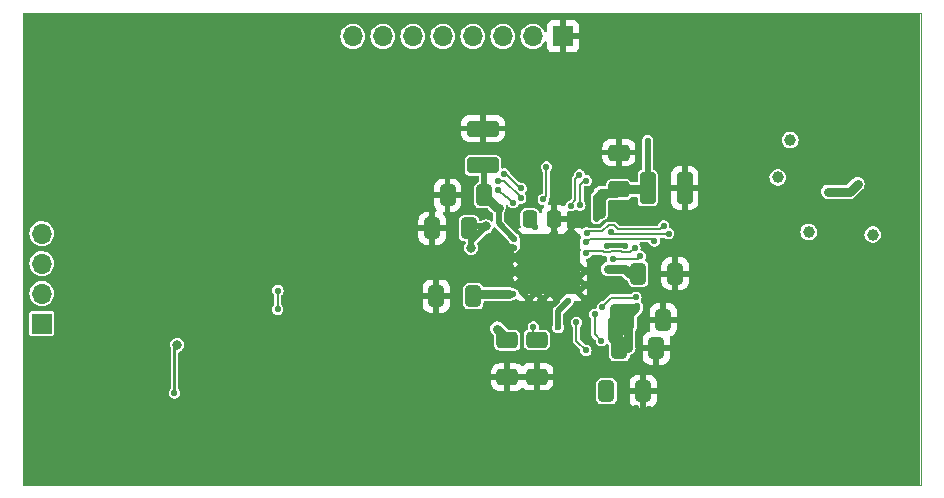
<source format=gbr>
%TF.GenerationSoftware,KiCad,Pcbnew,7.0.2*%
%TF.CreationDate,2023-06-20T23:12:55+02:00*%
%TF.ProjectId,qca7000,71636137-3030-4302-9e6b-696361645f70,rev?*%
%TF.SameCoordinates,Original*%
%TF.FileFunction,Copper,L2,Bot*%
%TF.FilePolarity,Positive*%
%FSLAX46Y46*%
G04 Gerber Fmt 4.6, Leading zero omitted, Abs format (unit mm)*
G04 Created by KiCad (PCBNEW 7.0.2) date 2023-06-20 23:12:55*
%MOMM*%
%LPD*%
G01*
G04 APERTURE LIST*
G04 Aperture macros list*
%AMRoundRect*
0 Rectangle with rounded corners*
0 $1 Rounding radius*
0 $2 $3 $4 $5 $6 $7 $8 $9 X,Y pos of 4 corners*
0 Add a 4 corners polygon primitive as box body*
4,1,4,$2,$3,$4,$5,$6,$7,$8,$9,$2,$3,0*
0 Add four circle primitives for the rounded corners*
1,1,$1+$1,$2,$3*
1,1,$1+$1,$4,$5*
1,1,$1+$1,$6,$7*
1,1,$1+$1,$8,$9*
0 Add four rect primitives between the rounded corners*
20,1,$1+$1,$2,$3,$4,$5,0*
20,1,$1+$1,$4,$5,$6,$7,0*
20,1,$1+$1,$6,$7,$8,$9,0*
20,1,$1+$1,$8,$9,$2,$3,0*%
G04 Aperture macros list end*
%TA.AperFunction,ComponentPad*%
%ADD10R,1.700000X1.700000*%
%TD*%
%TA.AperFunction,ComponentPad*%
%ADD11O,1.700000X1.700000*%
%TD*%
%TA.AperFunction,ComponentPad*%
%ADD12C,1.000000*%
%TD*%
%TA.AperFunction,ComponentPad*%
%ADD13C,0.500000*%
%TD*%
%TA.AperFunction,SMDPad,CuDef*%
%ADD14R,5.200000X5.200000*%
%TD*%
%TA.AperFunction,SMDPad,CuDef*%
%ADD15RoundRect,0.250000X0.412500X0.650000X-0.412500X0.650000X-0.412500X-0.650000X0.412500X-0.650000X0*%
%TD*%
%TA.AperFunction,SMDPad,CuDef*%
%ADD16RoundRect,0.250000X-0.650000X0.412500X-0.650000X-0.412500X0.650000X-0.412500X0.650000X0.412500X0*%
%TD*%
%TA.AperFunction,SMDPad,CuDef*%
%ADD17RoundRect,0.250000X-0.412500X-1.100000X0.412500X-1.100000X0.412500X1.100000X-0.412500X1.100000X0*%
%TD*%
%TA.AperFunction,SMDPad,CuDef*%
%ADD18RoundRect,0.250000X0.650000X-0.412500X0.650000X0.412500X-0.650000X0.412500X-0.650000X-0.412500X0*%
%TD*%
%TA.AperFunction,SMDPad,CuDef*%
%ADD19RoundRect,0.250000X0.337500X0.475000X-0.337500X0.475000X-0.337500X-0.475000X0.337500X-0.475000X0*%
%TD*%
%TA.AperFunction,SMDPad,CuDef*%
%ADD20RoundRect,0.250000X-1.100000X0.412500X-1.100000X-0.412500X1.100000X-0.412500X1.100000X0.412500X0*%
%TD*%
%TA.AperFunction,ViaPad*%
%ADD21C,0.550000*%
%TD*%
%TA.AperFunction,ViaPad*%
%ADD22C,0.800000*%
%TD*%
%TA.AperFunction,ViaPad*%
%ADD23C,0.600000*%
%TD*%
%TA.AperFunction,Conductor*%
%ADD24C,0.200000*%
%TD*%
%TA.AperFunction,Conductor*%
%ADD25C,0.800000*%
%TD*%
%TA.AperFunction,Conductor*%
%ADD26C,0.500000*%
%TD*%
%TA.AperFunction,Conductor*%
%ADD27C,0.600000*%
%TD*%
%TA.AperFunction,Conductor*%
%ADD28C,0.300000*%
%TD*%
%TA.AperFunction,Conductor*%
%ADD29C,0.250000*%
%TD*%
%TA.AperFunction,Conductor*%
%ADD30C,0.400000*%
%TD*%
%TA.AperFunction,Profile*%
%ADD31C,0.100000*%
%TD*%
G04 APERTURE END LIST*
D10*
%TO.P,J1,1,Pin_1*%
%TO.N,TX_P*%
X92580000Y-66820000D03*
D11*
%TO.P,J1,2,Pin_2*%
%TO.N,TX_N*%
X92580000Y-64280000D03*
%TO.P,J1,3,Pin_3*%
%TO.N,RX_P*%
X92580000Y-61740000D03*
%TO.P,J1,4,Pin_4*%
%TO.N,RX_N*%
X92580000Y-59200000D03*
%TD*%
D12*
%TO.P,TP9,1,1*%
%TO.N,SPI_DI*%
X154900000Y-54450000D03*
%TD*%
%TO.P,TP6,1,1*%
%TO.N,SPI_CS_L*%
X155950000Y-51290000D03*
%TD*%
D10*
%TO.P,J2,1,Pin_1*%
%TO.N,GND*%
X136700000Y-42500000D03*
D11*
%TO.P,J2,2,Pin_2*%
%TO.N,+3V3_D*%
X134160000Y-42500000D03*
%TO.P,J2,3,Pin_3*%
%TO.N,RESET#*%
X131620000Y-42500000D03*
%TO.P,J2,4,Pin_4*%
%TO.N,SERIAL_IO_4_MOSI*%
X129080000Y-42500000D03*
%TO.P,J2,5,Pin_5*%
%TO.N,SERIAL_IO_3_MISO*%
X126540000Y-42500000D03*
%TO.P,J2,6,Pin_6*%
%TO.N,SERIAL_IO_2_CS*%
X124000000Y-42500000D03*
%TO.P,J2,7,Pin_7*%
%TO.N,SERIAL_IO_1_CLK*%
X121460000Y-42500000D03*
%TO.P,J2,8,Pin_8*%
%TO.N,SERIAL_IO_0_INT*%
X118920000Y-42500000D03*
%TD*%
D12*
%TO.P,TP8,1,1*%
%TO.N,SPI_DO*%
X162940000Y-59280000D03*
%TD*%
D13*
%TO.P,D10,69,GND*%
%TO.N,GND*%
X137970500Y-59451500D03*
X136795500Y-59451500D03*
X135620500Y-59451500D03*
X134445500Y-59451500D03*
X133270500Y-59451500D03*
X137970500Y-60626500D03*
X136795500Y-60626500D03*
X135620500Y-60626500D03*
X134445500Y-60626500D03*
X133270500Y-60626500D03*
X137970500Y-61801500D03*
X136795500Y-61801500D03*
X135620500Y-61801500D03*
D14*
X135620500Y-61801500D03*
D13*
X134445500Y-61801500D03*
X133270500Y-61801500D03*
X137970500Y-62976500D03*
X136795500Y-62976500D03*
X135620500Y-62976500D03*
X134445500Y-62976500D03*
X133270500Y-62976500D03*
X137970500Y-64151500D03*
X136795500Y-64151500D03*
X135620500Y-64151500D03*
X134445500Y-64151500D03*
X133270500Y-64151500D03*
%TD*%
D12*
%TO.P,TP7,1,1*%
%TO.N,SPI_CLK*%
X157520000Y-59050000D03*
%TD*%
D15*
%TO.P,C31,1*%
%TO.N,GND*%
X146212500Y-62600000D03*
%TO.P,C31,2*%
%TO.N,+3V3_D*%
X143087500Y-62600000D03*
%TD*%
%TO.P,C26,1*%
%TO.N,GND*%
X144612500Y-68900000D03*
%TO.P,C26,2*%
%TO.N,+1V2_C*%
X141487500Y-68900000D03*
%TD*%
D16*
%TO.P,C11,1*%
%TO.N,+3V3_A*%
X132000000Y-68237500D03*
%TO.P,C11,2*%
%TO.N,GND*%
X132000000Y-71362500D03*
%TD*%
D15*
%TO.P,C28,1*%
%TO.N,GND*%
X143512500Y-72550000D03*
%TO.P,C28,2*%
%TO.N,+3V3_D*%
X140387500Y-72550000D03*
%TD*%
%TO.P,C40,1*%
%TO.N,+1V2_C*%
X128762500Y-58750000D03*
%TO.P,C40,2*%
%TO.N,GND*%
X125637500Y-58750000D03*
%TD*%
D17*
%TO.P,C54,1*%
%TO.N,+1V2_C*%
X143887500Y-55350000D03*
%TO.P,C54,2*%
%TO.N,GND*%
X147012500Y-55350000D03*
%TD*%
D15*
%TO.P,C50,1*%
%TO.N,+3V3_D*%
X130062500Y-55950000D03*
%TO.P,C50,2*%
%TO.N,GND*%
X126937500Y-55950000D03*
%TD*%
D18*
%TO.P,C25,1*%
%TO.N,GND*%
X134500000Y-71312500D03*
%TO.P,C25,2*%
%TO.N,Net-(#FLG0106-pwr)*%
X134500000Y-68187500D03*
%TD*%
D15*
%TO.P,C33,1*%
%TO.N,+3V3_A*%
X129112500Y-64500000D03*
%TO.P,C33,2*%
%TO.N,GND*%
X125987500Y-64500000D03*
%TD*%
%TO.P,C16,1*%
%TO.N,GND*%
X145212500Y-66500000D03*
%TO.P,C16,2*%
%TO.N,+1V2_C*%
X142087500Y-66500000D03*
%TD*%
D19*
%TO.P,C18,1*%
%TO.N,GND*%
X135977500Y-57990000D03*
%TO.P,C18,2*%
%TO.N,+1V2_C*%
X133902500Y-57990000D03*
%TD*%
D18*
%TO.P,C27,1*%
%TO.N,+1V2_C*%
X141450000Y-55462500D03*
%TO.P,C27,2*%
%TO.N,GND*%
X141450000Y-52337500D03*
%TD*%
D20*
%TO.P,C37,1*%
%TO.N,GND*%
X129930000Y-50307500D03*
%TO.P,C37,2*%
%TO.N,+3V3_D*%
X129930000Y-53432500D03*
%TD*%
D21*
%TO.N,GND*%
X136900000Y-74850000D03*
X106000000Y-79500000D03*
X148000000Y-67350000D03*
X111430000Y-78550000D03*
X124500000Y-52000000D03*
X99070000Y-63990000D03*
X148900000Y-53150000D03*
X141620000Y-73960000D03*
X130240000Y-73080000D03*
X150470000Y-73280000D03*
X110200000Y-41040000D03*
X92880000Y-79530000D03*
X132550000Y-60390000D03*
X105148750Y-58100000D03*
X155350000Y-56700000D03*
X132100000Y-49150000D03*
X114290000Y-46120000D03*
X155940000Y-68010000D03*
X93270000Y-41970000D03*
X125500000Y-61550000D03*
X139950000Y-74050000D03*
X127150000Y-71160000D03*
X136800000Y-73300000D03*
X154160000Y-61950000D03*
X153150000Y-53100000D03*
X124750000Y-56650000D03*
X135790000Y-78680000D03*
X115940000Y-78282500D03*
X150000000Y-74730000D03*
X147002500Y-51170000D03*
X150750000Y-65450000D03*
X145430000Y-45700000D03*
X112880000Y-67110000D03*
X132630000Y-73050000D03*
X93100000Y-50130000D03*
X130450000Y-61000000D03*
X139950000Y-48850000D03*
X107248750Y-57750000D03*
X101498750Y-56750000D03*
X133300000Y-49950000D03*
X124450000Y-69350000D03*
X139150000Y-47600000D03*
X125500000Y-41000000D03*
X114098750Y-56500000D03*
X125450000Y-55050000D03*
X142860000Y-73940000D03*
X118500000Y-61500000D03*
X119180000Y-62440000D03*
X138850000Y-74900000D03*
X101498750Y-58800000D03*
X103340000Y-77012500D03*
X145290000Y-74060000D03*
X125500000Y-48000000D03*
X138720000Y-63560000D03*
X110450000Y-78520000D03*
X120000000Y-55450642D03*
X116580000Y-40930000D03*
X134756020Y-64893429D03*
X144020000Y-74090000D03*
X114450000Y-44160000D03*
X125710000Y-71040000D03*
X124500000Y-67200000D03*
X118210000Y-63810000D03*
X150600000Y-76740000D03*
X150760000Y-50510000D03*
X155290000Y-69990000D03*
X150900000Y-53200000D03*
X141850000Y-54050000D03*
X159750000Y-50300000D03*
X119500000Y-46020000D03*
X147050000Y-68950000D03*
X100480000Y-41310000D03*
X115860000Y-71920000D03*
X122612500Y-77360000D03*
X124650000Y-53800000D03*
X105148750Y-57100000D03*
X93430000Y-56620000D03*
X115948750Y-58300000D03*
X149770000Y-71200000D03*
X125500000Y-57900000D03*
X159350000Y-45180000D03*
X126000000Y-62500000D03*
X130400000Y-60300000D03*
X119500000Y-49500000D03*
X121280000Y-74332500D03*
X119500000Y-52500000D03*
%TO.N,+1V2_C*%
X141000000Y-65500000D03*
X140750000Y-66600000D03*
D22*
X128950000Y-60399500D03*
D21*
X143890000Y-51330000D03*
X142250000Y-68900000D03*
X134361037Y-58663180D03*
X139550000Y-57900000D03*
X139900000Y-55750000D03*
X143000000Y-65350000D03*
D22*
X130200000Y-58600000D03*
%TO.N,Net-(D3-K)*%
X104050000Y-68620000D03*
D21*
X103820000Y-72712500D03*
%TO.N,+3V3_D*%
X161650000Y-55000000D03*
X140430000Y-72170000D03*
X140447197Y-60224500D03*
X132545998Y-59620128D03*
X159150000Y-55650000D03*
X131260000Y-57000000D03*
X137169757Y-64876001D03*
X141974500Y-60224500D03*
D23*
X136300000Y-67150000D03*
D21*
X140505989Y-62193529D03*
X141950000Y-62200000D03*
%TO.N,Net-(D6-A)*%
X112550000Y-65624500D03*
X112570000Y-64025500D03*
%TO.N,+3V3_A*%
X132512753Y-64313224D03*
X131150000Y-67250000D03*
%TO.N,Net-(D10-RSVD02)*%
X142894004Y-64608030D03*
X140050000Y-65400000D03*
%TO.N,Net-(D10-RSVD03)*%
X138650000Y-69100000D03*
X137846000Y-66725500D03*
%TO.N,Net-(#FLG0106-pwr)*%
X134195000Y-67100000D03*
%TO.N,Net-(#FLG0104-pwr)*%
X135300000Y-53550000D03*
X135042882Y-56305762D03*
%TO.N,Net-(D10-RESET_L)*%
X138100000Y-54250000D03*
X137395000Y-56850000D03*
%TO.N,SERIAL_IO_4_MOSI*%
X131737970Y-54157600D03*
X133174075Y-55355925D03*
%TO.N,SERIAL_IO_3_MISO*%
X133137675Y-56213134D03*
X131227900Y-54732100D03*
%TO.N,SERIAL_IO_2_CS*%
X132486609Y-56584440D03*
X131199500Y-55481064D03*
%TO.N,SPI_DI*%
X138150000Y-56800000D03*
X138685263Y-54718210D03*
%TO.N,Net-(D10-RBIAS)*%
X139950000Y-68274500D03*
X139400000Y-66025500D03*
%TO.N,GPIO_1*%
X140908698Y-61328816D03*
X143240000Y-61120000D03*
%TO.N,GPIO_2*%
X142800000Y-60400000D03*
X138695002Y-60852871D03*
%TO.N,SPI_CS_L*%
X144450000Y-59824500D03*
X138699146Y-59891750D03*
%TO.N,SPI_DO*%
X145650000Y-59200000D03*
X140810000Y-59074500D03*
%TO.N,SPI_CLK*%
X145250000Y-58550000D03*
X138714480Y-59142405D03*
%TD*%
D24*
%TO.N,GND*%
X141450000Y-74850000D02*
X142250000Y-74850000D01*
X125550000Y-67150000D02*
X125550000Y-68100000D01*
D25*
%TO.N,+1V2_C*%
X142250000Y-66662500D02*
X142087500Y-66500000D01*
D26*
X128950000Y-60399500D02*
X128950000Y-58937500D01*
X128950000Y-60399500D02*
X128950000Y-59850000D01*
D27*
X139550000Y-57900000D02*
X139550000Y-56100000D01*
D26*
X143887500Y-55350000D02*
X143887500Y-51332500D01*
D25*
X139900000Y-57540000D02*
X139733224Y-57540000D01*
D24*
X134361037Y-58448537D02*
X133902500Y-57990000D01*
D25*
X139900000Y-55750000D02*
X141162500Y-55750000D01*
D24*
X142087500Y-67937500D02*
X142087500Y-66500000D01*
X140750000Y-66600000D02*
X141725000Y-67575000D01*
D26*
X128950000Y-59850000D02*
X130200000Y-58600000D01*
X128912500Y-58600000D02*
X128762500Y-58750000D01*
X141987500Y-66600000D02*
X142087500Y-66500000D01*
D25*
X141000000Y-65500000D02*
X142850000Y-65500000D01*
D26*
X141087500Y-65500000D02*
X142087500Y-66500000D01*
D25*
X141162500Y-55750000D02*
X141450000Y-55462500D01*
D24*
X142250000Y-68100000D02*
X142087500Y-67937500D01*
X142250000Y-68100000D02*
X142250000Y-68900000D01*
D27*
X140970000Y-55350000D02*
X143887500Y-55350000D01*
D25*
X143775000Y-55462500D02*
X143887500Y-55350000D01*
D27*
X139550000Y-57900000D02*
X139550000Y-56770000D01*
D26*
X130200000Y-58600000D02*
X128912500Y-58600000D01*
X140750000Y-67400000D02*
X142250000Y-68900000D01*
X141000000Y-66850000D02*
X141725000Y-67575000D01*
X140750000Y-66600000D02*
X140750000Y-67400000D01*
X140750000Y-66600000D02*
X141987500Y-66600000D01*
X140750000Y-66600000D02*
X140750000Y-68162500D01*
D25*
X141450000Y-55462500D02*
X143775000Y-55462500D01*
X141000000Y-67650000D02*
X142250000Y-68900000D01*
D26*
X140750000Y-68162500D02*
X141487500Y-68900000D01*
D25*
X142250000Y-68900000D02*
X142250000Y-66662500D01*
D26*
X141000000Y-65500000D02*
X141087500Y-65500000D01*
D27*
X139550000Y-56100000D02*
X139900000Y-55750000D01*
D26*
X143887500Y-51332500D02*
X143890000Y-51330000D01*
D24*
X134361037Y-58663180D02*
X134361037Y-58448537D01*
D25*
X141000000Y-65500000D02*
X141000000Y-67650000D01*
D27*
X139550000Y-56770000D02*
X140970000Y-55350000D01*
D26*
X128950000Y-58937500D02*
X128762500Y-58750000D01*
D28*
X142850000Y-65500000D02*
X143000000Y-65350000D01*
D25*
X139900000Y-55750000D02*
X139900000Y-57540000D01*
D26*
X143000000Y-65587500D02*
X142087500Y-66500000D01*
X143000000Y-65350000D02*
X143000000Y-65587500D01*
D24*
X141725000Y-67575000D02*
X142250000Y-68100000D01*
D26*
X141000000Y-65500000D02*
X141000000Y-66850000D01*
D29*
%TO.N,Net-(D3-K)*%
X103820000Y-68850000D02*
X104050000Y-68620000D01*
X103820000Y-72712500D02*
X103820000Y-68850000D01*
D30*
%TO.N,+3V3_D*%
X140447197Y-60212803D02*
X140450000Y-60210000D01*
D26*
X130062500Y-55950000D02*
X130062500Y-53565000D01*
D25*
X141950000Y-62200000D02*
X141946184Y-62203816D01*
D26*
X131260000Y-57000000D02*
X131260000Y-58334130D01*
D25*
X159150000Y-55650000D02*
X161000000Y-55650000D01*
X140516276Y-62203816D02*
X140505989Y-62193529D01*
X142350000Y-62600000D02*
X141950000Y-62200000D01*
D30*
X141960000Y-60210000D02*
X141974500Y-60224500D01*
D26*
X136300000Y-65745758D02*
X137169757Y-64876001D01*
X136300000Y-67150000D02*
X136300000Y-65745758D01*
D25*
X161000000Y-55650000D02*
X161650000Y-55000000D01*
D26*
X131260000Y-58334130D02*
X132545998Y-59620128D01*
D25*
X143087500Y-62600000D02*
X142350000Y-62600000D01*
D26*
X130062500Y-53565000D02*
X129930000Y-53432500D01*
D30*
X140447197Y-60224500D02*
X140447197Y-60212803D01*
D25*
X131112500Y-57000000D02*
X130062500Y-55950000D01*
X141946184Y-62203816D02*
X140516276Y-62203816D01*
X131260000Y-57000000D02*
X131112500Y-57000000D01*
D30*
X140450000Y-60210000D02*
X141960000Y-60210000D01*
D24*
%TO.N,Net-(D6-A)*%
X112550000Y-64045500D02*
X112570000Y-64025500D01*
X112550000Y-65624500D02*
X112550000Y-64045500D01*
D25*
%TO.N,+3V3_A*%
X132000000Y-68100000D02*
X131150000Y-67250000D01*
X129299276Y-64313224D02*
X132130000Y-64313224D01*
D24*
X132512753Y-64313224D02*
X132130000Y-64313224D01*
D25*
X132000000Y-68237500D02*
X132000000Y-68100000D01*
X129112500Y-64500000D02*
X129299276Y-64313224D01*
D24*
%TO.N,Net-(D10-RSVD02)*%
X140050000Y-65400000D02*
X140800000Y-64650000D01*
X142900000Y-64650000D02*
X142900000Y-64614026D01*
X142900000Y-64614026D02*
X142894004Y-64608030D01*
X140800000Y-64650000D02*
X142900000Y-64650000D01*
%TO.N,Net-(D10-RSVD03)*%
X137846000Y-66725500D02*
X137846000Y-68296000D01*
X137846000Y-68296000D02*
X138650000Y-69100000D01*
%TO.N,Net-(#FLG0106-pwr)*%
X134195000Y-67100000D02*
X134195000Y-67882500D01*
X134195000Y-67882500D02*
X134500000Y-68187500D01*
%TO.N,Net-(#FLG0104-pwr)*%
X135042882Y-56305762D02*
X135300000Y-56048644D01*
X135300000Y-56048644D02*
X135300000Y-53550000D01*
%TO.N,Net-(D10-RESET_L)*%
X137395000Y-56741827D02*
X137750000Y-56386827D01*
X137750000Y-56386827D02*
X137750000Y-54600000D01*
X137750000Y-54600000D02*
X138100000Y-54250000D01*
X137395000Y-56850000D02*
X137395000Y-56741827D01*
%TO.N,SERIAL_IO_4_MOSI*%
X133105925Y-55355925D02*
X131907600Y-54157600D01*
X131907600Y-54157600D02*
X131737970Y-54157600D01*
X133174075Y-55355925D02*
X133105925Y-55355925D01*
%TO.N,SERIAL_IO_3_MISO*%
X131737783Y-54732100D02*
X131227900Y-54732100D01*
X133137675Y-56131992D02*
X131737783Y-54732100D01*
X133137675Y-56213134D02*
X133137675Y-56131992D01*
%TO.N,SERIAL_IO_2_CS*%
X131199500Y-55481064D02*
X131231064Y-55481064D01*
X132002169Y-56100000D02*
X132486609Y-56584440D01*
X131231064Y-55481064D02*
X131850000Y-56100000D01*
X131850000Y-56100000D02*
X132002169Y-56100000D01*
%TO.N,SPI_DI*%
X138600000Y-54650000D02*
X138617053Y-54650000D01*
X138150000Y-56800000D02*
X138150000Y-55100000D01*
X138617053Y-54650000D02*
X138685263Y-54718210D01*
X138150000Y-55100000D02*
X138600000Y-54650000D01*
%TO.N,Net-(D10-RBIAS)*%
X139400000Y-66025500D02*
X139400000Y-67724500D01*
X139400000Y-67724500D02*
X139950000Y-68274500D01*
%TO.N,GPIO_1*%
X140908698Y-61328816D02*
X143031184Y-61328816D01*
X143031184Y-61328816D02*
X143240000Y-61120000D01*
%TO.N,GPIO_2*%
X141736327Y-60799500D02*
X142400500Y-60799500D01*
X138695002Y-60852871D02*
X138837873Y-60710000D01*
X140119524Y-60710000D02*
X140209024Y-60799500D01*
X138837873Y-60710000D02*
X140119524Y-60710000D01*
X140685370Y-60799500D02*
X140774870Y-60710000D01*
X140774870Y-60710000D02*
X141646827Y-60710000D01*
X141646827Y-60710000D02*
X141736327Y-60799500D01*
X142400500Y-60799500D02*
X142800000Y-60400000D01*
X140209024Y-60799500D02*
X140685370Y-60799500D01*
%TO.N,SPI_CS_L*%
X144275500Y-59650000D02*
X139020058Y-59650000D01*
X138778308Y-59891750D02*
X138699146Y-59891750D01*
X144450000Y-59824500D02*
X144275500Y-59650000D01*
X139020058Y-59650000D02*
X138778308Y-59891750D01*
%TO.N,SPI_DO*%
X145600000Y-59250000D02*
X145650000Y-59200000D01*
X140810000Y-59074500D02*
X140985500Y-59250000D01*
X140985500Y-59250000D02*
X145600000Y-59250000D01*
%TO.N,SPI_CLK*%
X141398673Y-58850000D02*
X144950000Y-58850000D01*
X138836885Y-59020000D02*
X140050000Y-59020000D01*
X138714480Y-59142405D02*
X138836885Y-59020000D01*
X140050000Y-59020000D02*
X140570500Y-58499500D01*
X141048173Y-58499500D02*
X141398673Y-58850000D01*
X144950000Y-58850000D02*
X145250000Y-58550000D01*
X140570500Y-58499500D02*
X141048173Y-58499500D01*
%TD*%
%TA.AperFunction,Conductor*%
%TO.N,GND*%
G36*
X166867539Y-40595185D02*
G01*
X166913294Y-40647989D01*
X166924500Y-40699500D01*
X166924500Y-80360500D01*
X166904815Y-80427539D01*
X166852011Y-80473294D01*
X166800500Y-80484500D01*
X91199500Y-80484500D01*
X91132461Y-80464815D01*
X91086706Y-80412011D01*
X91075500Y-80360500D01*
X91075500Y-73254266D01*
X139524500Y-73254266D01*
X139524769Y-73257139D01*
X139524770Y-73257151D01*
X139527353Y-73284696D01*
X139572207Y-73412884D01*
X139652849Y-73522150D01*
X139762115Y-73602792D01*
X139762118Y-73602793D01*
X139890301Y-73647646D01*
X139920734Y-73650500D01*
X139923627Y-73650500D01*
X140851373Y-73650500D01*
X140854266Y-73650500D01*
X140884699Y-73647646D01*
X141012882Y-73602793D01*
X141012882Y-73602792D01*
X141012884Y-73602792D01*
X141122150Y-73522150D01*
X141202792Y-73412884D01*
X141202793Y-73412882D01*
X141247646Y-73284699D01*
X141250500Y-73254266D01*
X141250500Y-72800000D01*
X142350001Y-72800000D01*
X142350001Y-73246829D01*
X142350321Y-73253111D01*
X142360493Y-73352695D01*
X142415642Y-73519122D01*
X142507683Y-73668345D01*
X142631654Y-73792316D01*
X142780877Y-73884357D01*
X142947303Y-73939506D01*
X143046890Y-73949680D01*
X143053168Y-73949999D01*
X143262499Y-73949999D01*
X143262500Y-73949998D01*
X143262500Y-72800000D01*
X143762500Y-72800000D01*
X143762500Y-73949999D01*
X143971829Y-73949999D01*
X143978111Y-73949678D01*
X144077695Y-73939506D01*
X144244122Y-73884357D01*
X144393345Y-73792316D01*
X144517316Y-73668345D01*
X144609357Y-73519122D01*
X144664506Y-73352696D01*
X144674680Y-73253109D01*
X144675000Y-73246831D01*
X144675000Y-72800000D01*
X143762500Y-72800000D01*
X143262500Y-72800000D01*
X142350001Y-72800000D01*
X141250500Y-72800000D01*
X141250500Y-72300000D01*
X142350000Y-72300000D01*
X143262500Y-72300000D01*
X143262500Y-71150000D01*
X143762500Y-71150000D01*
X143762500Y-72300000D01*
X144674999Y-72300000D01*
X144674999Y-71853170D01*
X144674678Y-71846888D01*
X144664506Y-71747304D01*
X144609357Y-71580877D01*
X144517316Y-71431654D01*
X144393345Y-71307683D01*
X144244122Y-71215642D01*
X144077696Y-71160493D01*
X143978109Y-71150319D01*
X143971832Y-71150000D01*
X143762500Y-71150000D01*
X143262500Y-71150000D01*
X143053171Y-71150000D01*
X143046888Y-71150321D01*
X142947304Y-71160493D01*
X142780877Y-71215642D01*
X142631654Y-71307683D01*
X142507683Y-71431654D01*
X142415642Y-71580877D01*
X142360493Y-71747303D01*
X142350319Y-71846890D01*
X142350000Y-71853168D01*
X142350000Y-72300000D01*
X141250500Y-72300000D01*
X141250500Y-71845734D01*
X141247646Y-71815301D01*
X141202793Y-71687118D01*
X141202792Y-71687115D01*
X141122150Y-71577849D01*
X141012884Y-71497207D01*
X140884696Y-71452353D01*
X140857151Y-71449770D01*
X140857139Y-71449769D01*
X140854266Y-71449500D01*
X139920734Y-71449500D01*
X139917861Y-71449769D01*
X139917848Y-71449770D01*
X139890303Y-71452353D01*
X139762115Y-71497207D01*
X139652849Y-71577849D01*
X139572207Y-71687115D01*
X139527353Y-71815303D01*
X139524770Y-71842848D01*
X139524769Y-71842861D01*
X139524500Y-71845734D01*
X139524500Y-73254266D01*
X91075500Y-73254266D01*
X91075500Y-72712499D01*
X103339610Y-72712499D01*
X103359068Y-72847842D01*
X103415869Y-72972217D01*
X103505412Y-73075556D01*
X103620437Y-73149477D01*
X103620439Y-73149478D01*
X103751633Y-73188000D01*
X103888367Y-73188000D01*
X104019561Y-73149478D01*
X104134589Y-73075555D01*
X104224130Y-72972218D01*
X104280931Y-72847842D01*
X104300390Y-72712500D01*
X104280931Y-72577158D01*
X104224130Y-72452782D01*
X104224129Y-72452781D01*
X104224129Y-72452780D01*
X104175787Y-72396990D01*
X104146762Y-72333435D01*
X104145500Y-72315788D01*
X104145500Y-71612500D01*
X130600001Y-71612500D01*
X130600001Y-71821829D01*
X130600321Y-71828111D01*
X130610493Y-71927695D01*
X130665642Y-72094122D01*
X130757683Y-72243345D01*
X130881654Y-72367316D01*
X131030877Y-72459357D01*
X131197303Y-72514506D01*
X131296890Y-72524680D01*
X131303168Y-72524999D01*
X131749999Y-72524999D01*
X132250000Y-72524999D01*
X132696829Y-72524999D01*
X132703111Y-72524678D01*
X132802695Y-72514506D01*
X132969122Y-72459357D01*
X133118342Y-72367318D01*
X133187318Y-72298342D01*
X133248641Y-72264857D01*
X133318333Y-72269841D01*
X133362683Y-72298343D01*
X133381658Y-72317318D01*
X133530877Y-72409357D01*
X133697303Y-72464506D01*
X133796890Y-72474680D01*
X133803168Y-72474999D01*
X134249999Y-72474999D01*
X134250000Y-72474998D01*
X134250000Y-71562500D01*
X134750000Y-71562500D01*
X134750000Y-72474999D01*
X135196829Y-72474999D01*
X135203111Y-72474678D01*
X135302695Y-72464506D01*
X135469122Y-72409357D01*
X135618345Y-72317316D01*
X135742316Y-72193345D01*
X135834357Y-72044122D01*
X135889506Y-71877696D01*
X135899680Y-71778109D01*
X135900000Y-71771831D01*
X135900000Y-71562500D01*
X134750000Y-71562500D01*
X134250000Y-71562500D01*
X133440000Y-71562500D01*
X133426319Y-71576181D01*
X133364996Y-71609666D01*
X133338638Y-71612500D01*
X132250000Y-71612500D01*
X132250000Y-72524999D01*
X131749999Y-72524999D01*
X131749999Y-72524998D01*
X131750000Y-71612500D01*
X130600001Y-71612500D01*
X104145500Y-71612500D01*
X104145500Y-71112500D01*
X130600000Y-71112500D01*
X131750000Y-71112500D01*
X132250000Y-71112500D01*
X133060000Y-71112500D01*
X133073681Y-71098819D01*
X133135004Y-71065334D01*
X133161362Y-71062500D01*
X134250000Y-71062500D01*
X134250000Y-70150000D01*
X134750000Y-70150000D01*
X134750000Y-71062500D01*
X135899999Y-71062500D01*
X135899999Y-70853170D01*
X135899678Y-70846888D01*
X135889506Y-70747304D01*
X135834357Y-70580877D01*
X135742316Y-70431654D01*
X135618345Y-70307683D01*
X135469122Y-70215642D01*
X135302696Y-70160493D01*
X135203109Y-70150319D01*
X135196832Y-70150000D01*
X134750000Y-70150000D01*
X134250000Y-70150000D01*
X133803171Y-70150000D01*
X133796888Y-70150321D01*
X133697304Y-70160493D01*
X133530877Y-70215642D01*
X133381656Y-70307681D01*
X133312680Y-70376658D01*
X133251356Y-70410142D01*
X133181665Y-70405157D01*
X133137316Y-70376656D01*
X133118341Y-70357681D01*
X132969122Y-70265642D01*
X132802696Y-70210493D01*
X132703109Y-70200319D01*
X132696832Y-70200000D01*
X132250000Y-70200000D01*
X132250000Y-71112500D01*
X131750000Y-71112500D01*
X131750000Y-70200000D01*
X131303171Y-70200000D01*
X131296888Y-70200321D01*
X131197304Y-70210493D01*
X131030877Y-70265642D01*
X130881654Y-70357683D01*
X130757683Y-70481654D01*
X130665642Y-70630877D01*
X130610493Y-70797303D01*
X130600319Y-70896890D01*
X130600000Y-70903168D01*
X130600000Y-71112500D01*
X104145500Y-71112500D01*
X104145500Y-69313273D01*
X104165185Y-69246234D01*
X104217989Y-69200479D01*
X104222032Y-69198718D01*
X104352841Y-69144536D01*
X104478282Y-69048282D01*
X104574536Y-68922841D01*
X104635044Y-68776762D01*
X104655682Y-68620000D01*
X104635044Y-68463238D01*
X104574536Y-68317159D01*
X104528309Y-68256914D01*
X104478282Y-68191717D01*
X104352840Y-68095463D01*
X104206762Y-68034956D01*
X104049999Y-68014317D01*
X103893237Y-68034956D01*
X103747159Y-68095463D01*
X103621717Y-68191717D01*
X103525463Y-68317159D01*
X103464956Y-68463237D01*
X103444317Y-68620000D01*
X103464955Y-68776761D01*
X103485061Y-68825299D01*
X103494500Y-68872752D01*
X103494500Y-72315788D01*
X103474815Y-72382827D01*
X103464213Y-72396990D01*
X103415870Y-72452780D01*
X103359068Y-72577157D01*
X103339610Y-72712499D01*
X91075500Y-72712499D01*
X91075500Y-67689748D01*
X91529500Y-67689748D01*
X91541132Y-67748230D01*
X91585447Y-67814552D01*
X91651769Y-67858867D01*
X91710251Y-67870500D01*
X91710252Y-67870500D01*
X93449749Y-67870500D01*
X93478989Y-67864683D01*
X93508231Y-67858867D01*
X93574552Y-67814552D01*
X93618867Y-67748231D01*
X93630500Y-67689748D01*
X93630500Y-67249999D01*
X130544317Y-67249999D01*
X130564956Y-67406762D01*
X130625463Y-67552840D01*
X130695073Y-67643558D01*
X130695079Y-67643565D01*
X130697550Y-67646785D01*
X130700424Y-67649659D01*
X130863180Y-67812415D01*
X130896665Y-67873738D01*
X130899499Y-67900096D01*
X130899499Y-68701373D01*
X130899500Y-68701394D01*
X130899500Y-68704266D01*
X130899769Y-68707139D01*
X130899770Y-68707151D01*
X130902353Y-68734696D01*
X130947207Y-68862884D01*
X131027849Y-68972150D01*
X131137115Y-69052792D01*
X131137118Y-69052793D01*
X131265301Y-69097646D01*
X131295734Y-69100500D01*
X131298627Y-69100500D01*
X132701373Y-69100500D01*
X132704266Y-69100500D01*
X132734699Y-69097646D01*
X132862882Y-69052793D01*
X132862882Y-69052792D01*
X132862884Y-69052792D01*
X132972150Y-68972150D01*
X133052792Y-68862884D01*
X133060701Y-68840282D01*
X133097646Y-68734699D01*
X133100500Y-68704266D01*
X133100500Y-68654266D01*
X133399500Y-68654266D01*
X133399769Y-68657139D01*
X133399770Y-68657151D01*
X133402353Y-68684696D01*
X133447207Y-68812884D01*
X133527849Y-68922150D01*
X133637115Y-69002792D01*
X133637118Y-69002793D01*
X133765301Y-69047646D01*
X133795734Y-69050500D01*
X133798627Y-69050500D01*
X135201373Y-69050500D01*
X135204266Y-69050500D01*
X135234699Y-69047646D01*
X135362882Y-69002793D01*
X135362882Y-69002792D01*
X135362884Y-69002792D01*
X135472150Y-68922150D01*
X135552792Y-68812884D01*
X135552793Y-68812882D01*
X135597646Y-68684699D01*
X135600500Y-68654266D01*
X135600500Y-67720734D01*
X135597646Y-67690301D01*
X135552793Y-67562118D01*
X135552792Y-67562115D01*
X135472150Y-67452849D01*
X135362884Y-67372207D01*
X135234696Y-67327353D01*
X135207151Y-67324770D01*
X135207139Y-67324769D01*
X135204266Y-67324500D01*
X135201373Y-67324500D01*
X134786216Y-67324500D01*
X134719177Y-67304815D01*
X134673422Y-67252011D01*
X134663478Y-67182854D01*
X134670585Y-67133418D01*
X134675390Y-67100000D01*
X134655931Y-66964658D01*
X134647939Y-66947159D01*
X134599130Y-66840282D01*
X134583044Y-66821718D01*
X134509589Y-66736945D01*
X134509588Y-66736944D01*
X134509587Y-66736943D01*
X134394562Y-66663022D01*
X134263367Y-66624500D01*
X134126633Y-66624500D01*
X133995437Y-66663022D01*
X133880412Y-66736943D01*
X133790869Y-66840282D01*
X133734068Y-66964657D01*
X133714610Y-67100000D01*
X133733640Y-67232361D01*
X133723696Y-67301519D01*
X133677941Y-67354323D01*
X133651859Y-67367048D01*
X133637116Y-67372207D01*
X133527849Y-67452849D01*
X133447207Y-67562115D01*
X133402353Y-67690303D01*
X133399770Y-67717848D01*
X133399769Y-67717861D01*
X133399500Y-67720734D01*
X133399500Y-68654266D01*
X133100500Y-68654266D01*
X133100500Y-67770734D01*
X133097646Y-67740301D01*
X133052793Y-67612118D01*
X133052792Y-67612115D01*
X132972150Y-67502849D01*
X132862884Y-67422207D01*
X132734696Y-67377353D01*
X132707151Y-67374770D01*
X132707139Y-67374769D01*
X132704266Y-67374500D01*
X132701373Y-67374500D01*
X132175097Y-67374500D01*
X132108058Y-67354815D01*
X132087416Y-67338181D01*
X131549659Y-66800424D01*
X131546785Y-66797550D01*
X131543565Y-66795079D01*
X131543558Y-66795073D01*
X131452840Y-66725463D01*
X131306762Y-66664956D01*
X131150000Y-66644317D01*
X130993237Y-66664956D01*
X130847159Y-66725463D01*
X130721717Y-66821717D01*
X130625463Y-66947159D01*
X130564956Y-67093237D01*
X130544317Y-67249999D01*
X93630500Y-67249999D01*
X93630500Y-65950252D01*
X93618867Y-65891769D01*
X93591054Y-65850144D01*
X93574552Y-65825447D01*
X93508230Y-65781132D01*
X93449749Y-65769500D01*
X93449748Y-65769500D01*
X91710252Y-65769500D01*
X91710251Y-65769500D01*
X91651769Y-65781132D01*
X91585447Y-65825447D01*
X91541132Y-65891769D01*
X91529500Y-65950251D01*
X91529500Y-67689748D01*
X91075500Y-67689748D01*
X91075500Y-65624499D01*
X112069610Y-65624499D01*
X112089068Y-65759842D01*
X112145869Y-65884217D01*
X112235412Y-65987556D01*
X112294455Y-66025500D01*
X112350439Y-66061478D01*
X112481633Y-66100000D01*
X112618367Y-66100000D01*
X112749561Y-66061478D01*
X112864589Y-65987555D01*
X112954130Y-65884218D01*
X113010931Y-65759842D01*
X113030390Y-65624500D01*
X113010931Y-65489158D01*
X113009895Y-65486890D01*
X112954129Y-65364780D01*
X112880787Y-65280138D01*
X112851762Y-65216582D01*
X112850500Y-65198936D01*
X112850500Y-64750000D01*
X124825001Y-64750000D01*
X124825001Y-65196829D01*
X124825321Y-65203111D01*
X124835493Y-65302695D01*
X124890642Y-65469122D01*
X124982683Y-65618345D01*
X125106654Y-65742316D01*
X125255877Y-65834357D01*
X125422303Y-65889506D01*
X125521890Y-65899680D01*
X125528168Y-65899999D01*
X125737498Y-65899999D01*
X125737499Y-65899998D01*
X125737500Y-64750000D01*
X126237499Y-64750000D01*
X126237499Y-65899998D01*
X126237500Y-65899999D01*
X126446829Y-65899999D01*
X126453111Y-65899678D01*
X126552695Y-65889506D01*
X126719122Y-65834357D01*
X126868345Y-65742316D01*
X126992316Y-65618345D01*
X127084357Y-65469122D01*
X127139506Y-65302696D01*
X127149562Y-65204266D01*
X128249500Y-65204266D01*
X128249769Y-65207139D01*
X128249770Y-65207151D01*
X128252353Y-65234696D01*
X128297207Y-65362884D01*
X128377849Y-65472150D01*
X128487115Y-65552792D01*
X128487118Y-65552793D01*
X128615301Y-65597646D01*
X128645734Y-65600500D01*
X128648627Y-65600500D01*
X129576373Y-65600500D01*
X129579266Y-65600500D01*
X129609699Y-65597646D01*
X129737882Y-65552793D01*
X129737882Y-65552792D01*
X129737884Y-65552792D01*
X129847150Y-65472150D01*
X129927792Y-65362884D01*
X129927793Y-65362882D01*
X129972646Y-65234699D01*
X129975500Y-65204266D01*
X129975500Y-65037723D01*
X129995185Y-64970685D01*
X130047989Y-64924930D01*
X130099500Y-64913724D01*
X132165308Y-64913724D01*
X132169361Y-64913724D01*
X132286762Y-64898268D01*
X132432841Y-64837760D01*
X132463350Y-64814349D01*
X132528520Y-64789154D01*
X132538838Y-64788724D01*
X132581119Y-64788724D01*
X132581120Y-64788724D01*
X132712314Y-64750202D01*
X132712316Y-64750200D01*
X132727766Y-64745664D01*
X132797635Y-64745664D01*
X132828674Y-64759648D01*
X132943027Y-64831502D01*
X133102555Y-64887323D01*
X133270500Y-64906246D01*
X133438446Y-64887323D01*
X133597210Y-64831767D01*
X134118785Y-64831767D01*
X134277553Y-64887323D01*
X134445500Y-64906246D01*
X134613446Y-64887323D01*
X134772210Y-64831767D01*
X135293785Y-64831767D01*
X135452553Y-64887323D01*
X135620500Y-64906246D01*
X135788446Y-64887323D01*
X135947213Y-64831766D01*
X135947214Y-64831766D01*
X135620501Y-64505053D01*
X135620500Y-64505053D01*
X135293785Y-64831766D01*
X135293785Y-64831767D01*
X134772210Y-64831767D01*
X134772213Y-64831766D01*
X134772214Y-64831765D01*
X134445501Y-64505053D01*
X134445500Y-64505053D01*
X134118785Y-64831766D01*
X134118785Y-64831767D01*
X133597210Y-64831767D01*
X133597213Y-64831766D01*
X133007964Y-64242517D01*
X132981439Y-64193940D01*
X132981091Y-64194100D01*
X132978866Y-64189229D01*
X132976007Y-64183992D01*
X133170500Y-64183992D01*
X133208697Y-64236565D01*
X133254662Y-64251500D01*
X133286338Y-64251500D01*
X133332303Y-64236565D01*
X133370500Y-64183992D01*
X133370500Y-64119008D01*
X133332303Y-64066435D01*
X133286338Y-64051500D01*
X133254662Y-64051500D01*
X133208697Y-64066435D01*
X133170500Y-64119008D01*
X133170500Y-64183992D01*
X132976007Y-64183992D01*
X132974479Y-64181194D01*
X132974010Y-64178595D01*
X132916883Y-64053506D01*
X132870519Y-63999999D01*
X132827342Y-63950169D01*
X132827341Y-63950168D01*
X132827340Y-63950167D01*
X132712315Y-63876246D01*
X132642702Y-63855806D01*
X132590368Y-63824753D01*
X132562010Y-63831226D01*
X132492271Y-63826951D01*
X132458933Y-63808709D01*
X132432840Y-63788687D01*
X132286762Y-63728180D01*
X132173380Y-63713253D01*
X132173378Y-63713252D01*
X132169361Y-63712724D01*
X132165308Y-63712724D01*
X130042232Y-63712724D01*
X129975193Y-63693039D01*
X129939425Y-63651761D01*
X129938892Y-63652155D01*
X129933867Y-63645346D01*
X129929438Y-63640235D01*
X129928650Y-63638278D01*
X129847150Y-63527849D01*
X129737884Y-63447207D01*
X129610676Y-63402696D01*
X129609699Y-63402354D01*
X129609698Y-63402353D01*
X129609696Y-63402353D01*
X129582151Y-63399770D01*
X129582139Y-63399769D01*
X129579266Y-63399500D01*
X128645734Y-63399500D01*
X128642861Y-63399769D01*
X128642848Y-63399770D01*
X128615303Y-63402353D01*
X128487115Y-63447207D01*
X128377849Y-63527849D01*
X128297207Y-63637115D01*
X128252353Y-63765303D01*
X128249770Y-63792848D01*
X128249769Y-63792861D01*
X128249500Y-63795734D01*
X128249500Y-65204266D01*
X127149562Y-65204266D01*
X127149680Y-65203109D01*
X127150000Y-65196831D01*
X127150000Y-64750000D01*
X126237499Y-64750000D01*
X125737500Y-64750000D01*
X124825001Y-64750000D01*
X112850500Y-64750000D01*
X112850500Y-64474144D01*
X112870185Y-64407105D01*
X112880787Y-64392941D01*
X112884585Y-64388557D01*
X112884589Y-64388555D01*
X112974130Y-64285218D01*
X112990214Y-64250000D01*
X124825000Y-64250000D01*
X125737499Y-64250000D01*
X125737499Y-63100000D01*
X126237499Y-63100000D01*
X126237499Y-64249999D01*
X126237501Y-64250000D01*
X127149998Y-64250000D01*
X127149999Y-63803170D01*
X127149678Y-63796888D01*
X127139506Y-63697304D01*
X127084357Y-63530877D01*
X126992316Y-63381654D01*
X126868345Y-63257683D01*
X126719122Y-63165642D01*
X126552696Y-63110493D01*
X126453109Y-63100319D01*
X126446832Y-63100000D01*
X126237499Y-63100000D01*
X125737499Y-63100000D01*
X125528171Y-63100000D01*
X125521888Y-63100321D01*
X125422304Y-63110493D01*
X125255877Y-63165642D01*
X125106654Y-63257683D01*
X124982683Y-63381654D01*
X124890642Y-63530877D01*
X124835493Y-63697303D01*
X124825319Y-63796890D01*
X124825000Y-63803168D01*
X124825000Y-64250000D01*
X112990214Y-64250000D01*
X113030931Y-64160842D01*
X113050390Y-64025500D01*
X113030931Y-63890158D01*
X113024486Y-63876046D01*
X112974130Y-63765782D01*
X112928614Y-63713253D01*
X112884589Y-63662445D01*
X112884588Y-63662444D01*
X112884587Y-63662443D01*
X112769562Y-63588522D01*
X112638367Y-63550000D01*
X112501633Y-63550000D01*
X112370437Y-63588522D01*
X112255412Y-63662443D01*
X112165869Y-63765782D01*
X112109068Y-63890157D01*
X112089610Y-64025500D01*
X112109068Y-64160842D01*
X112165870Y-64285219D01*
X112219212Y-64346779D01*
X112248237Y-64410334D01*
X112249499Y-64427981D01*
X112249499Y-65198936D01*
X112229814Y-65265975D01*
X112219213Y-65280138D01*
X112145869Y-65364782D01*
X112089068Y-65489157D01*
X112069610Y-65624499D01*
X91075500Y-65624499D01*
X91075500Y-64279999D01*
X91524417Y-64279999D01*
X91544699Y-64485932D01*
X91552894Y-64512946D01*
X91604768Y-64683954D01*
X91702315Y-64866450D01*
X91734975Y-64906246D01*
X91833589Y-65026410D01*
X91911416Y-65090280D01*
X91993550Y-65157685D01*
X92176046Y-65255232D01*
X92374066Y-65315300D01*
X92580000Y-65335583D01*
X92785934Y-65315300D01*
X92983954Y-65255232D01*
X93166450Y-65157685D01*
X93326410Y-65026410D01*
X93457685Y-64866450D01*
X93555232Y-64683954D01*
X93615300Y-64485934D01*
X93635583Y-64280000D01*
X93615300Y-64074066D01*
X93555232Y-63876046D01*
X93457685Y-63693550D01*
X93392047Y-63613569D01*
X93326410Y-63533589D01*
X93221151Y-63447207D01*
X93166450Y-63402315D01*
X93075201Y-63353541D01*
X92983956Y-63304769D01*
X92983955Y-63304768D01*
X92983954Y-63304768D01*
X92828734Y-63257683D01*
X92785932Y-63244699D01*
X92602497Y-63226632D01*
X92580000Y-63224417D01*
X92579999Y-63224417D01*
X92374067Y-63244699D01*
X92202218Y-63296829D01*
X92181509Y-63303111D01*
X92176043Y-63304769D01*
X91993551Y-63402314D01*
X91833589Y-63533589D01*
X91702314Y-63693551D01*
X91604769Y-63876043D01*
X91544699Y-64074067D01*
X91524417Y-64279999D01*
X91075500Y-64279999D01*
X91075500Y-62976499D01*
X132515753Y-62976499D01*
X132534676Y-63144444D01*
X132590232Y-63303214D01*
X132884455Y-63008992D01*
X133170500Y-63008992D01*
X133208697Y-63061565D01*
X133254662Y-63076500D01*
X133286338Y-63076500D01*
X133332303Y-63061565D01*
X133370500Y-63008992D01*
X133370500Y-62944008D01*
X133332303Y-62891435D01*
X133286338Y-62876500D01*
X133254662Y-62876500D01*
X133208697Y-62891435D01*
X133170500Y-62944008D01*
X133170500Y-63008992D01*
X132884455Y-63008992D01*
X132916947Y-62976500D01*
X132590232Y-62649785D01*
X132534676Y-62808555D01*
X132515753Y-62976499D01*
X91075500Y-62976499D01*
X91075500Y-61739999D01*
X91524417Y-61739999D01*
X91544699Y-61945932D01*
X91551832Y-61969446D01*
X91604768Y-62143954D01*
X91702315Y-62326450D01*
X91721642Y-62350000D01*
X91833589Y-62486410D01*
X91845726Y-62496370D01*
X91993550Y-62617685D01*
X92176046Y-62715232D01*
X92374066Y-62775300D01*
X92580000Y-62795583D01*
X92785934Y-62775300D01*
X92983954Y-62715232D01*
X93166450Y-62617685D01*
X93326410Y-62486410D01*
X93457685Y-62326450D01*
X93555232Y-62143954D01*
X93615300Y-61945934D01*
X93629526Y-61801500D01*
X132515753Y-61801500D01*
X132534676Y-61969444D01*
X132590232Y-62128214D01*
X132884455Y-61833992D01*
X133170500Y-61833992D01*
X133208697Y-61886565D01*
X133254662Y-61901500D01*
X133286338Y-61901500D01*
X133332303Y-61886565D01*
X133370500Y-61833992D01*
X133370500Y-61769008D01*
X133332303Y-61716435D01*
X133286338Y-61701500D01*
X133254662Y-61701500D01*
X133208697Y-61716435D01*
X133170500Y-61769008D01*
X133170500Y-61833992D01*
X132884455Y-61833992D01*
X132916947Y-61801500D01*
X132590232Y-61474785D01*
X132534676Y-61633555D01*
X132515753Y-61801500D01*
X93629526Y-61801500D01*
X93635583Y-61740000D01*
X93615300Y-61534066D01*
X93555232Y-61336046D01*
X93457685Y-61153550D01*
X93354909Y-61028316D01*
X93326410Y-60993589D01*
X93228952Y-60913608D01*
X93166450Y-60862315D01*
X92983954Y-60764768D01*
X92857800Y-60726500D01*
X92785932Y-60704699D01*
X92602497Y-60686632D01*
X92580000Y-60684417D01*
X92579999Y-60684417D01*
X92374067Y-60704699D01*
X92176043Y-60764769D01*
X91993551Y-60862314D01*
X91833589Y-60993589D01*
X91702314Y-61153551D01*
X91604769Y-61336043D01*
X91544699Y-61534067D01*
X91524417Y-61739999D01*
X91075500Y-61739999D01*
X91075500Y-59200000D01*
X91524417Y-59200000D01*
X91544699Y-59405932D01*
X91559010Y-59453109D01*
X91604768Y-59603954D01*
X91702315Y-59786450D01*
X91725581Y-59814800D01*
X91833589Y-59946410D01*
X91899101Y-60000173D01*
X91993550Y-60077685D01*
X92176046Y-60175232D01*
X92374066Y-60235300D01*
X92580000Y-60255583D01*
X92785934Y-60235300D01*
X92983954Y-60175232D01*
X93166450Y-60077685D01*
X93326410Y-59946410D01*
X93457685Y-59786450D01*
X93555232Y-59603954D01*
X93615300Y-59405934D01*
X93635583Y-59200000D01*
X93615884Y-59000000D01*
X124475001Y-59000000D01*
X124475001Y-59446829D01*
X124475321Y-59453111D01*
X124485493Y-59552695D01*
X124540642Y-59719122D01*
X124632683Y-59868345D01*
X124756654Y-59992316D01*
X124905877Y-60084357D01*
X125072303Y-60139506D01*
X125171890Y-60149680D01*
X125178168Y-60149999D01*
X125387499Y-60149999D01*
X125387499Y-60149998D01*
X125387500Y-59000000D01*
X125887500Y-59000000D01*
X125887500Y-60149999D01*
X126096829Y-60149999D01*
X126103111Y-60149678D01*
X126202695Y-60139506D01*
X126369122Y-60084357D01*
X126518345Y-59992316D01*
X126642316Y-59868345D01*
X126734357Y-59719122D01*
X126789506Y-59552696D01*
X126799562Y-59454266D01*
X127899500Y-59454266D01*
X127899769Y-59457139D01*
X127899770Y-59457151D01*
X127902353Y-59484696D01*
X127947207Y-59612884D01*
X128027849Y-59722150D01*
X128137115Y-59802792D01*
X128137118Y-59802793D01*
X128265301Y-59847646D01*
X128295734Y-59850500D01*
X128362901Y-59850500D01*
X128429940Y-59870185D01*
X128475695Y-59922989D01*
X128485639Y-59992147D01*
X128461277Y-60049986D01*
X128425463Y-60096659D01*
X128364956Y-60242737D01*
X128344317Y-60399499D01*
X128364956Y-60556262D01*
X128425463Y-60702340D01*
X128521717Y-60827782D01*
X128566722Y-60862315D01*
X128647159Y-60924036D01*
X128793238Y-60984544D01*
X128950000Y-61005182D01*
X129106762Y-60984544D01*
X129252841Y-60924036D01*
X129378282Y-60827782D01*
X129474536Y-60702341D01*
X129535044Y-60556262D01*
X129555682Y-60399500D01*
X129535044Y-60242738D01*
X129492284Y-60139506D01*
X129468289Y-60081576D01*
X129472060Y-60080013D01*
X129457321Y-60041883D01*
X129471363Y-59973439D01*
X129493208Y-59943894D01*
X130206423Y-59230679D01*
X130267744Y-59197196D01*
X130277898Y-59195426D01*
X130356762Y-59185044D01*
X130502841Y-59124536D01*
X130628282Y-59028282D01*
X130724536Y-58902841D01*
X130785044Y-58756762D01*
X130785044Y-58756760D01*
X130789985Y-58744832D01*
X130833825Y-58690428D01*
X130900120Y-58668363D01*
X130966559Y-58684904D01*
X130969262Y-58686465D01*
X130994930Y-58706164D01*
X132103567Y-59814800D01*
X132128680Y-59850969D01*
X132141867Y-59879845D01*
X132167398Y-59909310D01*
X132220145Y-59970184D01*
X132231410Y-59983184D01*
X132346435Y-60057105D01*
X132346437Y-60057106D01*
X132477631Y-60095628D01*
X132493941Y-60095628D01*
X132560980Y-60115313D01*
X132606735Y-60168117D01*
X132616679Y-60237275D01*
X132598934Y-60285601D01*
X132590497Y-60299027D01*
X132534676Y-60458555D01*
X132515753Y-60626500D01*
X132534676Y-60794444D01*
X132590232Y-60953213D01*
X132884453Y-60658992D01*
X133170500Y-60658992D01*
X133208697Y-60711565D01*
X133254662Y-60726500D01*
X133286338Y-60726500D01*
X133332303Y-60711565D01*
X133370500Y-60658992D01*
X133370500Y-60594008D01*
X133332303Y-60541435D01*
X133286338Y-60526500D01*
X133254662Y-60526500D01*
X133208697Y-60541435D01*
X133170500Y-60594008D01*
X133170500Y-60658992D01*
X132884453Y-60658992D01*
X133182818Y-60360627D01*
X133244141Y-60327142D01*
X133313832Y-60332126D01*
X133358180Y-60360627D01*
X133536371Y-60538818D01*
X133569856Y-60600141D01*
X133564872Y-60669833D01*
X133536371Y-60714180D01*
X133036553Y-61213998D01*
X133036553Y-61213999D01*
X133270500Y-61447947D01*
X133536371Y-61713818D01*
X133569856Y-61775141D01*
X133564872Y-61844833D01*
X133536371Y-61889180D01*
X133036553Y-62388997D01*
X133036553Y-62388999D01*
X133270500Y-62622947D01*
X133536371Y-62888818D01*
X133569856Y-62950141D01*
X133564872Y-63019833D01*
X133536371Y-63064180D01*
X133036553Y-63563998D01*
X133036553Y-63563999D01*
X133270500Y-63797947D01*
X133857999Y-64385446D01*
X134059453Y-64183992D01*
X134345500Y-64183992D01*
X134383697Y-64236565D01*
X134429662Y-64251500D01*
X134461338Y-64251500D01*
X134507303Y-64236565D01*
X134545500Y-64183992D01*
X134545500Y-64119008D01*
X134507303Y-64066435D01*
X134461338Y-64051500D01*
X134429662Y-64051500D01*
X134383697Y-64066435D01*
X134345500Y-64119008D01*
X134345500Y-64183992D01*
X134059453Y-64183992D01*
X134357819Y-63885627D01*
X134419142Y-63852142D01*
X134488834Y-63857126D01*
X134533181Y-63885627D01*
X135033000Y-64385446D01*
X135234454Y-64183992D01*
X135520500Y-64183992D01*
X135558697Y-64236565D01*
X135604662Y-64251500D01*
X135636338Y-64251500D01*
X135682303Y-64236565D01*
X135720500Y-64183992D01*
X135720500Y-64119008D01*
X135682303Y-64066435D01*
X135636338Y-64051500D01*
X135604662Y-64051500D01*
X135558697Y-64066435D01*
X135520500Y-64119008D01*
X135520500Y-64183992D01*
X135234454Y-64183992D01*
X135532819Y-63885627D01*
X135594142Y-63852142D01*
X135663834Y-63857126D01*
X135708181Y-63885627D01*
X136207999Y-64385445D01*
X136409452Y-64183992D01*
X136695500Y-64183992D01*
X136733697Y-64236565D01*
X136779662Y-64251500D01*
X136811338Y-64251500D01*
X136857303Y-64236565D01*
X136895500Y-64183992D01*
X136895500Y-64119008D01*
X136857303Y-64066435D01*
X136811338Y-64051500D01*
X136779662Y-64051500D01*
X136733697Y-64066435D01*
X136695500Y-64119008D01*
X136695500Y-64183992D01*
X136409452Y-64183992D01*
X136707818Y-63885627D01*
X136769141Y-63852142D01*
X136838832Y-63857126D01*
X136883180Y-63885627D01*
X137061371Y-64063818D01*
X137094856Y-64125141D01*
X137089872Y-64194833D01*
X137061371Y-64239180D01*
X136468784Y-64831766D01*
X136473623Y-64852966D01*
X136469350Y-64922705D01*
X136440413Y-64968239D01*
X136004264Y-65404389D01*
X135993898Y-65413653D01*
X135966031Y-65435876D01*
X135933824Y-65483114D01*
X135931144Y-65486890D01*
X135893633Y-65537717D01*
X135891301Y-65542336D01*
X135872674Y-65602724D01*
X135871225Y-65607127D01*
X135850369Y-65666731D01*
X135849500Y-65671847D01*
X135849500Y-65735019D01*
X135849413Y-65739656D01*
X135847050Y-65802787D01*
X135849500Y-65821393D01*
X135849500Y-66904663D01*
X135838294Y-66956175D01*
X135814834Y-67007542D01*
X135794353Y-67149999D01*
X135814834Y-67292457D01*
X135874623Y-67423374D01*
X135968870Y-67532141D01*
X135968872Y-67532143D01*
X136089947Y-67609953D01*
X136228039Y-67650500D01*
X136371961Y-67650500D01*
X136510053Y-67609953D01*
X136631128Y-67532143D01*
X136725377Y-67423373D01*
X136785165Y-67292457D01*
X136805647Y-67150000D01*
X136785165Y-67007543D01*
X136774969Y-66985218D01*
X136761706Y-66956175D01*
X136750500Y-66904663D01*
X136750500Y-66725499D01*
X137365610Y-66725499D01*
X137385068Y-66860842D01*
X137441870Y-66985219D01*
X137515213Y-67069862D01*
X137544238Y-67133418D01*
X137545500Y-67151064D01*
X137545500Y-68226756D01*
X137542756Y-68243577D01*
X137545368Y-68300078D01*
X137545500Y-68305804D01*
X137545500Y-68324818D01*
X137547181Y-68339307D01*
X137548415Y-68365993D01*
X137551213Y-68372330D01*
X137559666Y-68399626D01*
X137560938Y-68406434D01*
X137574997Y-68429140D01*
X137583002Y-68444327D01*
X137593792Y-68468763D01*
X137598688Y-68473659D01*
X137616434Y-68496063D01*
X137620081Y-68501952D01*
X137641396Y-68518048D01*
X137654351Y-68529322D01*
X138132686Y-69007657D01*
X138166171Y-69068980D01*
X138166651Y-69082414D01*
X138167073Y-69082354D01*
X138189068Y-69235342D01*
X138245869Y-69359717D01*
X138245870Y-69359718D01*
X138302034Y-69424536D01*
X138335412Y-69463056D01*
X138381151Y-69492450D01*
X138450439Y-69536978D01*
X138581633Y-69575500D01*
X138718367Y-69575500D01*
X138849561Y-69536978D01*
X138964589Y-69463055D01*
X139054130Y-69359718D01*
X139110931Y-69235342D01*
X139130390Y-69100000D01*
X139110931Y-68964658D01*
X139091833Y-68922840D01*
X139054130Y-68840282D01*
X138964587Y-68736943D01*
X138849562Y-68663022D01*
X138718367Y-68624500D01*
X138650833Y-68624500D01*
X138583794Y-68604815D01*
X138563152Y-68588181D01*
X138182819Y-68207847D01*
X138149334Y-68146524D01*
X138146500Y-68120166D01*
X138146500Y-67151064D01*
X138166185Y-67084025D01*
X138176787Y-67069862D01*
X138250129Y-66985219D01*
X138250128Y-66985219D01*
X138250130Y-66985218D01*
X138306931Y-66860842D01*
X138326390Y-66725500D01*
X138306931Y-66590158D01*
X138250130Y-66465782D01*
X138160589Y-66362445D01*
X138160588Y-66362444D01*
X138160587Y-66362443D01*
X138045562Y-66288522D01*
X137914367Y-66250000D01*
X137777633Y-66250000D01*
X137646437Y-66288522D01*
X137531412Y-66362443D01*
X137441869Y-66465782D01*
X137385068Y-66590157D01*
X137365610Y-66725499D01*
X136750500Y-66725499D01*
X136750500Y-66025499D01*
X138919610Y-66025499D01*
X138939068Y-66160842D01*
X138995870Y-66285219D01*
X139069213Y-66369862D01*
X139098238Y-66433418D01*
X139099500Y-66451064D01*
X139099500Y-67655256D01*
X139096756Y-67672077D01*
X139099368Y-67728578D01*
X139099500Y-67734304D01*
X139099500Y-67753318D01*
X139101181Y-67767807D01*
X139102415Y-67794493D01*
X139105213Y-67800830D01*
X139113666Y-67828126D01*
X139114938Y-67834934D01*
X139128997Y-67857640D01*
X139137002Y-67872827D01*
X139147792Y-67897263D01*
X139152688Y-67902159D01*
X139170434Y-67924563D01*
X139174081Y-67930452D01*
X139195396Y-67946548D01*
X139208351Y-67957822D01*
X139432686Y-68182157D01*
X139466171Y-68243480D01*
X139466651Y-68256914D01*
X139467073Y-68256854D01*
X139489068Y-68409842D01*
X139545869Y-68534217D01*
X139635412Y-68637556D01*
X139743706Y-68707151D01*
X139750439Y-68711478D01*
X139881633Y-68750000D01*
X140018367Y-68750000D01*
X140149561Y-68711478D01*
X140264589Y-68637555D01*
X140327488Y-68564963D01*
X140386265Y-68527190D01*
X140456134Y-68527189D01*
X140508882Y-68558486D01*
X140588181Y-68637785D01*
X140621666Y-68699108D01*
X140624500Y-68725465D01*
X140624500Y-69604266D01*
X140624769Y-69607139D01*
X140624770Y-69607151D01*
X140627353Y-69634696D01*
X140672207Y-69762884D01*
X140752849Y-69872150D01*
X140862115Y-69952792D01*
X140862118Y-69952793D01*
X140990301Y-69997646D01*
X141020734Y-70000500D01*
X141023627Y-70000500D01*
X141951373Y-70000500D01*
X141954266Y-70000500D01*
X141984699Y-69997646D01*
X142112882Y-69952793D01*
X142112882Y-69952792D01*
X142112884Y-69952792D01*
X142222150Y-69872150D01*
X142302792Y-69762884D01*
X142302793Y-69762882D01*
X142347646Y-69634699D01*
X142350500Y-69604266D01*
X142350500Y-69591202D01*
X142370185Y-69524163D01*
X142422989Y-69478408D01*
X142427036Y-69476646D01*
X142552841Y-69424536D01*
X142678282Y-69328282D01*
X142774536Y-69202841D01*
X142796423Y-69150000D01*
X143450001Y-69150000D01*
X143450001Y-69596829D01*
X143450321Y-69603111D01*
X143460493Y-69702695D01*
X143515642Y-69869122D01*
X143607683Y-70018345D01*
X143731654Y-70142316D01*
X143880877Y-70234357D01*
X144047303Y-70289506D01*
X144146890Y-70299680D01*
X144153168Y-70299999D01*
X144362499Y-70299999D01*
X144362500Y-70299998D01*
X144362500Y-69150000D01*
X144862500Y-69150000D01*
X144862500Y-70299999D01*
X145071829Y-70299999D01*
X145078111Y-70299678D01*
X145177695Y-70289506D01*
X145344122Y-70234357D01*
X145493345Y-70142316D01*
X145617316Y-70018345D01*
X145709357Y-69869122D01*
X145764506Y-69702696D01*
X145774680Y-69603109D01*
X145775000Y-69596831D01*
X145775000Y-69150000D01*
X144862500Y-69150000D01*
X144362500Y-69150000D01*
X143450001Y-69150000D01*
X142796423Y-69150000D01*
X142835044Y-69056762D01*
X142838566Y-69030009D01*
X142855682Y-68900000D01*
X142851561Y-68868696D01*
X142850500Y-68852511D01*
X142850500Y-68650000D01*
X143450000Y-68650000D01*
X145774999Y-68650000D01*
X145774999Y-68203170D01*
X145774678Y-68196888D01*
X145764506Y-68097304D01*
X145742770Y-68031709D01*
X145740368Y-67961880D01*
X145776100Y-67901839D01*
X145821473Y-67874999D01*
X145944121Y-67834357D01*
X146093345Y-67742316D01*
X146217316Y-67618345D01*
X146309357Y-67469122D01*
X146364506Y-67302696D01*
X146374680Y-67203109D01*
X146375000Y-67196831D01*
X146375000Y-66750000D01*
X144050001Y-66750000D01*
X144050001Y-67196829D01*
X144050321Y-67203111D01*
X144060493Y-67302697D01*
X144082229Y-67368290D01*
X144084631Y-67438118D01*
X144048899Y-67498160D01*
X144003528Y-67524999D01*
X143880876Y-67565642D01*
X143731654Y-67657683D01*
X143607683Y-67781654D01*
X143515642Y-67930877D01*
X143460493Y-68097303D01*
X143450319Y-68196890D01*
X143450000Y-68203168D01*
X143450000Y-68650000D01*
X142850500Y-68650000D01*
X142850500Y-67474539D01*
X142870185Y-67407500D01*
X142874731Y-67400904D01*
X142888962Y-67381622D01*
X142902793Y-67362882D01*
X142947646Y-67234699D01*
X142950500Y-67204266D01*
X142950500Y-66325463D01*
X142970185Y-66258425D01*
X142976974Y-66250000D01*
X144050000Y-66250000D01*
X144962500Y-66250000D01*
X144962500Y-65100000D01*
X145462500Y-65100000D01*
X145462500Y-66250000D01*
X146374999Y-66250000D01*
X146374999Y-65803170D01*
X146374678Y-65796888D01*
X146364506Y-65697304D01*
X146309357Y-65530877D01*
X146217316Y-65381654D01*
X146093345Y-65257683D01*
X145944122Y-65165642D01*
X145777696Y-65110493D01*
X145678109Y-65100319D01*
X145671832Y-65100000D01*
X145462500Y-65100000D01*
X144962500Y-65100000D01*
X144753171Y-65100000D01*
X144746888Y-65100321D01*
X144647304Y-65110493D01*
X144480877Y-65165642D01*
X144331654Y-65257683D01*
X144207683Y-65381654D01*
X144115642Y-65530877D01*
X144060493Y-65697303D01*
X144050319Y-65796890D01*
X144050000Y-65803168D01*
X144050000Y-66250000D01*
X142976974Y-66250000D01*
X142986815Y-66237787D01*
X143295744Y-65928857D01*
X143306093Y-65919609D01*
X143333970Y-65897379D01*
X143366191Y-65850118D01*
X143368859Y-65846359D01*
X143402793Y-65800382D01*
X143402794Y-65800377D01*
X143406381Y-65795518D01*
X143408692Y-65790941D01*
X143410470Y-65785175D01*
X143410472Y-65785173D01*
X143427330Y-65730514D01*
X143428775Y-65726126D01*
X143429952Y-65722765D01*
X143447646Y-65672199D01*
X143447646Y-65672197D01*
X143449637Y-65666508D01*
X143450500Y-65661430D01*
X143450500Y-65598238D01*
X143450587Y-65593601D01*
X143453158Y-65524891D01*
X143458454Y-65502565D01*
X143460929Y-65485344D01*
X143460931Y-65485342D01*
X143480390Y-65350000D01*
X143460931Y-65214658D01*
X143456185Y-65204266D01*
X143404129Y-65090280D01*
X143320351Y-64993594D01*
X143291326Y-64930038D01*
X143301269Y-64860881D01*
X143354935Y-64743372D01*
X143374394Y-64608030D01*
X143357732Y-64492146D01*
X143354935Y-64472687D01*
X143298134Y-64348312D01*
X143243463Y-64285218D01*
X143208593Y-64244975D01*
X143208592Y-64244974D01*
X143208591Y-64244973D01*
X143093566Y-64171052D01*
X142962371Y-64132530D01*
X142825637Y-64132530D01*
X142694441Y-64171052D01*
X142579416Y-64244973D01*
X142525929Y-64306702D01*
X142467151Y-64344477D01*
X142432215Y-64349500D01*
X140869243Y-64349500D01*
X140852422Y-64346756D01*
X140818764Y-64348312D01*
X140795919Y-64349368D01*
X140790195Y-64349500D01*
X140771183Y-64349500D01*
X140756695Y-64351181D01*
X140730007Y-64352415D01*
X140723666Y-64355215D01*
X140696378Y-64363665D01*
X140689568Y-64364938D01*
X140666859Y-64378998D01*
X140651677Y-64387000D01*
X140627233Y-64397794D01*
X140622333Y-64402694D01*
X140599943Y-64420429D01*
X140594048Y-64424079D01*
X140577950Y-64445396D01*
X140566679Y-64458348D01*
X140136848Y-64888181D01*
X140075525Y-64921666D01*
X140049167Y-64924500D01*
X139981633Y-64924500D01*
X139850437Y-64963022D01*
X139735412Y-65036943D01*
X139645869Y-65140282D01*
X139589068Y-65264657D01*
X139569610Y-65400000D01*
X139570811Y-65408354D01*
X139560867Y-65477512D01*
X139515112Y-65530316D01*
X139448073Y-65550000D01*
X139331633Y-65550000D01*
X139200437Y-65588522D01*
X139085412Y-65662443D01*
X138995869Y-65765782D01*
X138939068Y-65890157D01*
X138919610Y-66025499D01*
X136750500Y-66025499D01*
X136750500Y-65983722D01*
X136770185Y-65916683D01*
X136786815Y-65896045D01*
X137361473Y-65321386D01*
X137382105Y-65304760D01*
X137484346Y-65239056D01*
X137573887Y-65135719D01*
X137630688Y-65011343D01*
X137634450Y-64985175D01*
X137663474Y-64921620D01*
X137722251Y-64883844D01*
X137792121Y-64883843D01*
X137798144Y-64885780D01*
X137802554Y-64887323D01*
X137970500Y-64906246D01*
X138138446Y-64887323D01*
X138297213Y-64831766D01*
X138297214Y-64831766D01*
X137704628Y-64239180D01*
X137674493Y-64183992D01*
X137870500Y-64183992D01*
X137908697Y-64236565D01*
X137954662Y-64251500D01*
X137986338Y-64251500D01*
X138032303Y-64236565D01*
X138070500Y-64183992D01*
X138070500Y-64151499D01*
X138324053Y-64151499D01*
X138650766Y-64478214D01*
X138650767Y-64478214D01*
X138706323Y-64319447D01*
X138725246Y-64151500D01*
X138706323Y-63983553D01*
X138650767Y-63824785D01*
X138650766Y-63824785D01*
X138324053Y-64151498D01*
X138324053Y-64151499D01*
X138070500Y-64151499D01*
X138070500Y-64119008D01*
X138032303Y-64066435D01*
X137986338Y-64051500D01*
X137954662Y-64051500D01*
X137908697Y-64066435D01*
X137870500Y-64119008D01*
X137870500Y-64183992D01*
X137674493Y-64183992D01*
X137671143Y-64177857D01*
X137676127Y-64108165D01*
X137704628Y-64063818D01*
X137970500Y-63797947D01*
X138204447Y-63564000D01*
X137704628Y-63064181D01*
X137674492Y-63008992D01*
X137870500Y-63008992D01*
X137908697Y-63061565D01*
X137954662Y-63076500D01*
X137986338Y-63076500D01*
X138032303Y-63061565D01*
X138070500Y-63008992D01*
X138070500Y-62976499D01*
X138324053Y-62976499D01*
X138650766Y-63303214D01*
X138650767Y-63303214D01*
X138706323Y-63144447D01*
X138725246Y-62976500D01*
X138706323Y-62808553D01*
X138650767Y-62649785D01*
X138650766Y-62649785D01*
X138324053Y-62976498D01*
X138324053Y-62976499D01*
X138070500Y-62976499D01*
X138070500Y-62944008D01*
X138032303Y-62891435D01*
X137986338Y-62876500D01*
X137954662Y-62876500D01*
X137908697Y-62891435D01*
X137870500Y-62944008D01*
X137870500Y-63008992D01*
X137674492Y-63008992D01*
X137671143Y-63002858D01*
X137676127Y-62933166D01*
X137704628Y-62888819D01*
X138204447Y-62389000D01*
X137704628Y-61889181D01*
X137674492Y-61833992D01*
X137870500Y-61833992D01*
X137908697Y-61886565D01*
X137954662Y-61901500D01*
X137986338Y-61901500D01*
X138032303Y-61886565D01*
X138070500Y-61833992D01*
X138070500Y-61769008D01*
X138032303Y-61716435D01*
X137986338Y-61701500D01*
X137954662Y-61701500D01*
X137908697Y-61716435D01*
X137870500Y-61769008D01*
X137870500Y-61833992D01*
X137674492Y-61833992D01*
X137671143Y-61827858D01*
X137676127Y-61758166D01*
X137704628Y-61713819D01*
X137882818Y-61535628D01*
X137944141Y-61502143D01*
X138013832Y-61507127D01*
X138058180Y-61535628D01*
X138650766Y-62128214D01*
X138650766Y-62128213D01*
X138706323Y-61969446D01*
X138725246Y-61801500D01*
X138706323Y-61633555D01*
X138657255Y-61493325D01*
X138653694Y-61423547D01*
X138688423Y-61362919D01*
X138750416Y-61330692D01*
X138757961Y-61329958D01*
X138763366Y-61328371D01*
X138763369Y-61328371D01*
X138894563Y-61289849D01*
X139009591Y-61215926D01*
X139099132Y-61112589D01*
X139112650Y-61082987D01*
X139158407Y-61030184D01*
X139225445Y-61010500D01*
X139946395Y-61010500D01*
X140013434Y-61030185D01*
X140029935Y-61042864D01*
X140048091Y-61059416D01*
X140054478Y-61061890D01*
X140054547Y-61061917D01*
X140079834Y-61075245D01*
X140085543Y-61079156D01*
X140111538Y-61085269D01*
X140127934Y-61090346D01*
X140152851Y-61100000D01*
X140159775Y-61100000D01*
X140188164Y-61103293D01*
X140194905Y-61104879D01*
X140221357Y-61101188D01*
X140238489Y-61100000D01*
X140318103Y-61100000D01*
X140385142Y-61119685D01*
X140430897Y-61172489D01*
X140440841Y-61241647D01*
X140428308Y-61328816D01*
X140448443Y-61468865D01*
X140438499Y-61538023D01*
X140392744Y-61590827D01*
X140363950Y-61601373D01*
X140364309Y-61602238D01*
X140203147Y-61668993D01*
X140077706Y-61765246D01*
X139981452Y-61890688D01*
X139920945Y-62036766D01*
X139900306Y-62193528D01*
X139920945Y-62350291D01*
X139981452Y-62496369D01*
X140051062Y-62587087D01*
X140051068Y-62587094D01*
X140053539Y-62590314D01*
X140056413Y-62593188D01*
X140058075Y-62594850D01*
X140068770Y-62607045D01*
X140076934Y-62617685D01*
X140087994Y-62632098D01*
X140136124Y-62669029D01*
X140213435Y-62728352D01*
X140359514Y-62788860D01*
X140484974Y-62805377D01*
X140516275Y-62809498D01*
X140516275Y-62809497D01*
X140516276Y-62809498D01*
X140547578Y-62805376D01*
X140563763Y-62804316D01*
X141653719Y-62804316D01*
X141720758Y-62824001D01*
X141741400Y-62840635D01*
X141891799Y-62991034D01*
X141902494Y-63003229D01*
X141921717Y-63028282D01*
X142040711Y-63119588D01*
X142045630Y-63123902D01*
X142047157Y-63124534D01*
X142047158Y-63124535D01*
X142047159Y-63124536D01*
X142147953Y-63166286D01*
X142202356Y-63210127D01*
X142224421Y-63276421D01*
X142224500Y-63280847D01*
X142224500Y-63304266D01*
X142224769Y-63307139D01*
X142224770Y-63307151D01*
X142227353Y-63334696D01*
X142272207Y-63462884D01*
X142352849Y-63572150D01*
X142462115Y-63652792D01*
X142462118Y-63652793D01*
X142590301Y-63697646D01*
X142620734Y-63700500D01*
X142623627Y-63700500D01*
X143551373Y-63700500D01*
X143554266Y-63700500D01*
X143584699Y-63697646D01*
X143712882Y-63652793D01*
X143712882Y-63652792D01*
X143712884Y-63652792D01*
X143822150Y-63572150D01*
X143902792Y-63462884D01*
X143908278Y-63447207D01*
X143947646Y-63334699D01*
X143950500Y-63304266D01*
X143950500Y-62850000D01*
X145050001Y-62850000D01*
X145050001Y-63296829D01*
X145050321Y-63303111D01*
X145060493Y-63402695D01*
X145115642Y-63569122D01*
X145207683Y-63718345D01*
X145331654Y-63842316D01*
X145480877Y-63934357D01*
X145647303Y-63989506D01*
X145746890Y-63999680D01*
X145753168Y-63999999D01*
X145962499Y-63999999D01*
X145962500Y-63999998D01*
X145962500Y-62850000D01*
X146462500Y-62850000D01*
X146462500Y-63999999D01*
X146671829Y-63999999D01*
X146678111Y-63999678D01*
X146777695Y-63989506D01*
X146944122Y-63934357D01*
X147093345Y-63842316D01*
X147217316Y-63718345D01*
X147309357Y-63569122D01*
X147364506Y-63402696D01*
X147374680Y-63303109D01*
X147375000Y-63296831D01*
X147375000Y-62850000D01*
X146462500Y-62850000D01*
X145962500Y-62850000D01*
X145050001Y-62850000D01*
X143950500Y-62850000D01*
X143950500Y-62350000D01*
X145050000Y-62350000D01*
X145962500Y-62350000D01*
X145962500Y-61200000D01*
X146462500Y-61200000D01*
X146462500Y-62350000D01*
X147374999Y-62350000D01*
X147374999Y-61903170D01*
X147374678Y-61896888D01*
X147364506Y-61797304D01*
X147309357Y-61630877D01*
X147217316Y-61481654D01*
X147093345Y-61357683D01*
X146944122Y-61265642D01*
X146777696Y-61210493D01*
X146678109Y-61200319D01*
X146671832Y-61200000D01*
X146462500Y-61200000D01*
X145962500Y-61200000D01*
X145753171Y-61200000D01*
X145746888Y-61200321D01*
X145647304Y-61210493D01*
X145480877Y-61265642D01*
X145331654Y-61357683D01*
X145207683Y-61481654D01*
X145115642Y-61630877D01*
X145060493Y-61797303D01*
X145050319Y-61896890D01*
X145050000Y-61903168D01*
X145050000Y-62350000D01*
X143950500Y-62350000D01*
X143950500Y-61895734D01*
X143947646Y-61865301D01*
X143902793Y-61737118D01*
X143902792Y-61737115D01*
X143822150Y-61627849D01*
X143697845Y-61536108D01*
X143698240Y-61535572D01*
X143659186Y-61507561D01*
X143633440Y-61442608D01*
X143644124Y-61379731D01*
X143700931Y-61255342D01*
X143707379Y-61210493D01*
X143720390Y-61120000D01*
X143700931Y-60984658D01*
X143700878Y-60984543D01*
X143644130Y-60860282D01*
X143561368Y-60764769D01*
X143554589Y-60756945D01*
X143554588Y-60756944D01*
X143554587Y-60756943D01*
X143439562Y-60683022D01*
X143350887Y-60656985D01*
X143292109Y-60619211D01*
X143263084Y-60555655D01*
X143263084Y-60520367D01*
X143280390Y-60400000D01*
X143260931Y-60264658D01*
X143259478Y-60261477D01*
X143197613Y-60126012D01*
X143187669Y-60056854D01*
X143216694Y-59993298D01*
X143275472Y-59955523D01*
X143310407Y-59950500D01*
X143905113Y-59950500D01*
X143972152Y-59970185D01*
X144017907Y-60022988D01*
X144045869Y-60084217D01*
X144054213Y-60093847D01*
X144124731Y-60175230D01*
X144135412Y-60187556D01*
X144241266Y-60255583D01*
X144250439Y-60261478D01*
X144381633Y-60300000D01*
X144518367Y-60300000D01*
X144649561Y-60261478D01*
X144764589Y-60187555D01*
X144854130Y-60084218D01*
X144910931Y-59959842D01*
X144930390Y-59824500D01*
X144917376Y-59733986D01*
X144911361Y-59692146D01*
X144921305Y-59622988D01*
X144967060Y-59570184D01*
X145034099Y-59550500D01*
X145279466Y-59550500D01*
X145346503Y-59570183D01*
X145450439Y-59636978D01*
X145581633Y-59675500D01*
X145718367Y-59675500D01*
X145849561Y-59636978D01*
X145964589Y-59563055D01*
X146054130Y-59459718D01*
X146110931Y-59335342D01*
X146130390Y-59200000D01*
X146110931Y-59064658D01*
X146104237Y-59050000D01*
X156814354Y-59050000D01*
X156834860Y-59218872D01*
X156895182Y-59377930D01*
X156991815Y-59517927D01*
X156991816Y-59517928D01*
X156991817Y-59517929D01*
X157119148Y-59630734D01*
X157269775Y-59709790D01*
X157434944Y-59750500D01*
X157434945Y-59750500D01*
X157605055Y-59750500D01*
X157605056Y-59750500D01*
X157770225Y-59709790D01*
X157920852Y-59630734D01*
X158048183Y-59517929D01*
X158144818Y-59377930D01*
X158181957Y-59280000D01*
X162234354Y-59280000D01*
X162254860Y-59448872D01*
X162315182Y-59607930D01*
X162411815Y-59747927D01*
X162411816Y-59747928D01*
X162411817Y-59747929D01*
X162539148Y-59860734D01*
X162689775Y-59939790D01*
X162854944Y-59980500D01*
X162854945Y-59980500D01*
X163025055Y-59980500D01*
X163025056Y-59980500D01*
X163190225Y-59939790D01*
X163340852Y-59860734D01*
X163468183Y-59747929D01*
X163564818Y-59607930D01*
X163625140Y-59448872D01*
X163645645Y-59280000D01*
X163625140Y-59111128D01*
X163564818Y-58952070D01*
X163506645Y-58867793D01*
X163468184Y-58812072D01*
X163440053Y-58787150D01*
X163340852Y-58699266D01*
X163300109Y-58677882D01*
X163190224Y-58620209D01*
X163065764Y-58589533D01*
X163025056Y-58579500D01*
X162854944Y-58579500D01*
X162822284Y-58587549D01*
X162689775Y-58620209D01*
X162539149Y-58699265D01*
X162411815Y-58812072D01*
X162315182Y-58952069D01*
X162254860Y-59111127D01*
X162234354Y-59280000D01*
X158181957Y-59280000D01*
X158205140Y-59218872D01*
X158225645Y-59050000D01*
X158205140Y-58881128D01*
X158144818Y-58722070D01*
X158074508Y-58620209D01*
X158048184Y-58582072D01*
X158011639Y-58549696D01*
X157920852Y-58469266D01*
X157890982Y-58453589D01*
X157770224Y-58390209D01*
X157645765Y-58359533D01*
X157605056Y-58349500D01*
X157434944Y-58349500D01*
X157402284Y-58357549D01*
X157269775Y-58390209D01*
X157119149Y-58469265D01*
X156991815Y-58582072D01*
X156895182Y-58722069D01*
X156834860Y-58881127D01*
X156814354Y-59050000D01*
X146104237Y-59050000D01*
X146081402Y-59000000D01*
X146054130Y-58940282D01*
X146039067Y-58922898D01*
X145964589Y-58836945D01*
X145964588Y-58836944D01*
X145964587Y-58836943D01*
X145849562Y-58763022D01*
X145808924Y-58751090D01*
X145750146Y-58713316D01*
X145721121Y-58649760D01*
X145721121Y-58614466D01*
X145723201Y-58600000D01*
X145730390Y-58550000D01*
X145710931Y-58414658D01*
X145708625Y-58409609D01*
X145654130Y-58290282D01*
X145588412Y-58214439D01*
X145564589Y-58186945D01*
X145564588Y-58186944D01*
X145564587Y-58186943D01*
X145449562Y-58113022D01*
X145318367Y-58074500D01*
X145181633Y-58074500D01*
X145050437Y-58113022D01*
X144935412Y-58186943D01*
X144845869Y-58290282D01*
X144789068Y-58414657D01*
X144784973Y-58443146D01*
X144755949Y-58506702D01*
X144697171Y-58544477D01*
X144662235Y-58549500D01*
X141574506Y-58549500D01*
X141507467Y-58529815D01*
X141486825Y-58513181D01*
X141309623Y-58335979D01*
X141299670Y-58322145D01*
X141257854Y-58284024D01*
X141253713Y-58280069D01*
X141240283Y-58266639D01*
X141228851Y-58257583D01*
X141209107Y-58239584D01*
X141202641Y-58237079D01*
X141177365Y-58223756D01*
X141171654Y-58219844D01*
X141171653Y-58219843D01*
X141171651Y-58219842D01*
X141145657Y-58213728D01*
X141129260Y-58208651D01*
X141104346Y-58199000D01*
X141097422Y-58199000D01*
X141069032Y-58195706D01*
X141062292Y-58194121D01*
X141062291Y-58194121D01*
X141050930Y-58195706D01*
X141035839Y-58197811D01*
X141018708Y-58199000D01*
X140639743Y-58199000D01*
X140622922Y-58196256D01*
X140579808Y-58198249D01*
X140566419Y-58198868D01*
X140560695Y-58199000D01*
X140541683Y-58199000D01*
X140527195Y-58200681D01*
X140500507Y-58201915D01*
X140494166Y-58204715D01*
X140466878Y-58213165D01*
X140460068Y-58214438D01*
X140437359Y-58228498D01*
X140422177Y-58236500D01*
X140397733Y-58247294D01*
X140392833Y-58252194D01*
X140370443Y-58269929D01*
X140364548Y-58273579D01*
X140348450Y-58294896D01*
X140337179Y-58307848D01*
X139961848Y-58683181D01*
X139900525Y-58716666D01*
X139874167Y-58719500D01*
X138972348Y-58719500D01*
X138931970Y-58707643D01*
X138931147Y-58710450D01*
X138914041Y-58705427D01*
X138782847Y-58666905D01*
X138646113Y-58666905D01*
X138514917Y-58705427D01*
X138421973Y-58765158D01*
X138354934Y-58784842D01*
X138312392Y-58772589D01*
X138311160Y-58776112D01*
X138138444Y-58715676D01*
X137970500Y-58696753D01*
X137802555Y-58715676D01*
X137643785Y-58771232D01*
X138236372Y-59363819D01*
X138269857Y-59425142D01*
X138264873Y-59494834D01*
X138236372Y-59539181D01*
X138058181Y-59717372D01*
X137996858Y-59750857D01*
X137927166Y-59745873D01*
X137882819Y-59717372D01*
X137649439Y-59483992D01*
X137870500Y-59483992D01*
X137908697Y-59536565D01*
X137954662Y-59551500D01*
X137986338Y-59551500D01*
X138032303Y-59536565D01*
X138070500Y-59483992D01*
X138070500Y-59419008D01*
X138032303Y-59366435D01*
X137986338Y-59351500D01*
X137954662Y-59351500D01*
X137908697Y-59366435D01*
X137870500Y-59419008D01*
X137870500Y-59483992D01*
X137649439Y-59483992D01*
X137383000Y-59217553D01*
X136883181Y-59717372D01*
X136821858Y-59750857D01*
X136752166Y-59745873D01*
X136707819Y-59717372D01*
X136529628Y-59539181D01*
X136499492Y-59483992D01*
X136695500Y-59483992D01*
X136733697Y-59536565D01*
X136779662Y-59551500D01*
X136811338Y-59551500D01*
X136857303Y-59536565D01*
X136895500Y-59483992D01*
X136895500Y-59419008D01*
X136857303Y-59366435D01*
X136811338Y-59351500D01*
X136779662Y-59351500D01*
X136733697Y-59366435D01*
X136695500Y-59419008D01*
X136695500Y-59483992D01*
X136499492Y-59483992D01*
X136496143Y-59477858D01*
X136501127Y-59408166D01*
X136529628Y-59363819D01*
X137122214Y-58771233D01*
X137121326Y-58767345D01*
X137074286Y-58733606D01*
X137048539Y-58668653D01*
X137054313Y-58618277D01*
X137054506Y-58617693D01*
X137064680Y-58518109D01*
X137065000Y-58511831D01*
X137065000Y-58240000D01*
X136227500Y-58240000D01*
X136227500Y-58941271D01*
X136268210Y-58981981D01*
X136301695Y-59043304D01*
X136296711Y-59112996D01*
X136268210Y-59157343D01*
X136213008Y-59212544D01*
X136186633Y-59245273D01*
X136172638Y-59252914D01*
X135708180Y-59717371D01*
X135646857Y-59750856D01*
X135577165Y-59745872D01*
X135532818Y-59717371D01*
X135354627Y-59539181D01*
X135324491Y-59483992D01*
X135520500Y-59483992D01*
X135558697Y-59536565D01*
X135604662Y-59551500D01*
X135636338Y-59551500D01*
X135682303Y-59536565D01*
X135720500Y-59483992D01*
X135720500Y-59419008D01*
X135682303Y-59366435D01*
X135636338Y-59351500D01*
X135604662Y-59351500D01*
X135558697Y-59366435D01*
X135520500Y-59419008D01*
X135520500Y-59483992D01*
X135324491Y-59483992D01*
X135321142Y-59477858D01*
X135326126Y-59408167D01*
X135354627Y-59363819D01*
X135727500Y-58990946D01*
X135727500Y-57740000D01*
X136227500Y-57740000D01*
X137064999Y-57740000D01*
X137064999Y-57468170D01*
X137064679Y-57461896D01*
X137060966Y-57425553D01*
X137073735Y-57356860D01*
X137121614Y-57305975D01*
X137189404Y-57289053D01*
X137219257Y-57293971D01*
X137326633Y-57325500D01*
X137463367Y-57325500D01*
X137594561Y-57286978D01*
X137709589Y-57213055D01*
X137712057Y-57210206D01*
X137770831Y-57172431D01*
X137840700Y-57172427D01*
X137872809Y-57187089D01*
X137950439Y-57236978D01*
X138081633Y-57275500D01*
X138218367Y-57275500D01*
X138349561Y-57236978D01*
X138464589Y-57163055D01*
X138554130Y-57059718D01*
X138610931Y-56935342D01*
X138629517Y-56806072D01*
X139045641Y-56806072D01*
X139046666Y-56810784D01*
X139049500Y-56837143D01*
X139049500Y-57935798D01*
X139064834Y-58042457D01*
X139124623Y-58173374D01*
X139211451Y-58273579D01*
X139218872Y-58282143D01*
X139339947Y-58359953D01*
X139478039Y-58400500D01*
X139621961Y-58400500D01*
X139760053Y-58359953D01*
X139881128Y-58282143D01*
X139975377Y-58173373D01*
X139975379Y-58173368D01*
X139981327Y-58166504D01*
X140040105Y-58128729D01*
X140055942Y-58125383D01*
X140056759Y-58125044D01*
X140056762Y-58125044D01*
X140202841Y-58064536D01*
X140328282Y-57968282D01*
X140424536Y-57842841D01*
X140485044Y-57696762D01*
X140485601Y-57692522D01*
X140486643Y-57684619D01*
X140505682Y-57540000D01*
X140501561Y-57508696D01*
X140500500Y-57492511D01*
X140500500Y-56578674D01*
X140520185Y-56511635D01*
X140536810Y-56491002D01*
X140640996Y-56386816D01*
X140702317Y-56353334D01*
X140728675Y-56350500D01*
X141115013Y-56350500D01*
X141131197Y-56351560D01*
X141162500Y-56355682D01*
X141319262Y-56335044D01*
X141319515Y-56334938D01*
X141366968Y-56325500D01*
X142151373Y-56325500D01*
X142154266Y-56325500D01*
X142184699Y-56322646D01*
X142312882Y-56277793D01*
X142312882Y-56277792D01*
X142312884Y-56277792D01*
X142422148Y-56197152D01*
X142422148Y-56197150D01*
X142422150Y-56197150D01*
X142483984Y-56113366D01*
X142539632Y-56071116D01*
X142583755Y-56063000D01*
X142900500Y-56063000D01*
X142967539Y-56082685D01*
X143013294Y-56135489D01*
X143024500Y-56186999D01*
X143024500Y-56504266D01*
X143024769Y-56507139D01*
X143024770Y-56507151D01*
X143027353Y-56534696D01*
X143072207Y-56662884D01*
X143152849Y-56772150D01*
X143262115Y-56852792D01*
X143262118Y-56852793D01*
X143390301Y-56897646D01*
X143420734Y-56900500D01*
X143423627Y-56900500D01*
X144351373Y-56900500D01*
X144354266Y-56900500D01*
X144384699Y-56897646D01*
X144512882Y-56852793D01*
X144512882Y-56852792D01*
X144512884Y-56852792D01*
X144622150Y-56772150D01*
X144702792Y-56662884D01*
X144706212Y-56653111D01*
X144747646Y-56534699D01*
X144750500Y-56504266D01*
X144750500Y-55600000D01*
X145850001Y-55600000D01*
X145850001Y-56496829D01*
X145850321Y-56503111D01*
X145860493Y-56602695D01*
X145915642Y-56769122D01*
X146007683Y-56918345D01*
X146131654Y-57042316D01*
X146280877Y-57134357D01*
X146447303Y-57189506D01*
X146546890Y-57199680D01*
X146553168Y-57199999D01*
X146762499Y-57199999D01*
X146762500Y-57199998D01*
X146762500Y-55600000D01*
X147262500Y-55600000D01*
X147262500Y-57199999D01*
X147471829Y-57199999D01*
X147478111Y-57199678D01*
X147577695Y-57189506D01*
X147744122Y-57134357D01*
X147893345Y-57042316D01*
X148017316Y-56918345D01*
X148109357Y-56769122D01*
X148164506Y-56602696D01*
X148174680Y-56503109D01*
X148175000Y-56496831D01*
X148175000Y-55649999D01*
X158544317Y-55649999D01*
X158564956Y-55806762D01*
X158625463Y-55952840D01*
X158721717Y-56078282D01*
X158797033Y-56136073D01*
X158847159Y-56174536D01*
X158993238Y-56235044D01*
X159110639Y-56250500D01*
X160952513Y-56250500D01*
X160968697Y-56251560D01*
X161000000Y-56255682D01*
X161156762Y-56235044D01*
X161302841Y-56174536D01*
X161308763Y-56169992D01*
X161428282Y-56078282D01*
X161447509Y-56053223D01*
X161458190Y-56041043D01*
X162102450Y-55396785D01*
X162174536Y-55302841D01*
X162235044Y-55156762D01*
X162255682Y-55000000D01*
X162235044Y-54843238D01*
X162174536Y-54697159D01*
X162122592Y-54629464D01*
X162078282Y-54571717D01*
X161952840Y-54475463D01*
X161806762Y-54414956D01*
X161649999Y-54394317D01*
X161493237Y-54414956D01*
X161347159Y-54475463D01*
X161256441Y-54545073D01*
X161256426Y-54545085D01*
X161253215Y-54547550D01*
X161250348Y-54550416D01*
X161250340Y-54550424D01*
X160787584Y-55013181D01*
X160726261Y-55046666D01*
X160699903Y-55049500D01*
X159110639Y-55049500D01*
X159106622Y-55050028D01*
X159106619Y-55050029D01*
X158993237Y-55064956D01*
X158847159Y-55125463D01*
X158721717Y-55221717D01*
X158625463Y-55347159D01*
X158564956Y-55493237D01*
X158544317Y-55649999D01*
X148175000Y-55649999D01*
X148175000Y-55600000D01*
X147262500Y-55600000D01*
X146762500Y-55600000D01*
X145850001Y-55600000D01*
X144750500Y-55600000D01*
X144750500Y-55100000D01*
X145850000Y-55100000D01*
X146762500Y-55100000D01*
X146762500Y-53500000D01*
X147262500Y-53500000D01*
X147262500Y-55100000D01*
X148174999Y-55100000D01*
X148174999Y-54450000D01*
X154194354Y-54450000D01*
X154214860Y-54618872D01*
X154275182Y-54777930D01*
X154371815Y-54917927D01*
X154371816Y-54917928D01*
X154371817Y-54917929D01*
X154499148Y-55030734D01*
X154649775Y-55109790D01*
X154814944Y-55150500D01*
X154814945Y-55150500D01*
X154985055Y-55150500D01*
X154985056Y-55150500D01*
X155150225Y-55109790D01*
X155300852Y-55030734D01*
X155428183Y-54917929D01*
X155524818Y-54777930D01*
X155585140Y-54618872D01*
X155605645Y-54450000D01*
X155585140Y-54281128D01*
X155524818Y-54122070D01*
X155468965Y-54041154D01*
X155428184Y-53982072D01*
X155400920Y-53957918D01*
X155300852Y-53869266D01*
X155286588Y-53861780D01*
X155150224Y-53790209D01*
X155018881Y-53757837D01*
X154985056Y-53749500D01*
X154814944Y-53749500D01*
X154782284Y-53757549D01*
X154649775Y-53790209D01*
X154499149Y-53869265D01*
X154371815Y-53982072D01*
X154275182Y-54122069D01*
X154214860Y-54281127D01*
X154194354Y-54450000D01*
X148174999Y-54450000D01*
X148174999Y-54203170D01*
X148174678Y-54196888D01*
X148164506Y-54097304D01*
X148109357Y-53930877D01*
X148017316Y-53781654D01*
X147893345Y-53657683D01*
X147744122Y-53565642D01*
X147577696Y-53510493D01*
X147478109Y-53500319D01*
X147471832Y-53500000D01*
X147262500Y-53500000D01*
X146762500Y-53500000D01*
X146553171Y-53500000D01*
X146546888Y-53500321D01*
X146447304Y-53510493D01*
X146280877Y-53565642D01*
X146131654Y-53657683D01*
X146007683Y-53781654D01*
X145915642Y-53930877D01*
X145860493Y-54097303D01*
X145850319Y-54196890D01*
X145850000Y-54203168D01*
X145850000Y-55100000D01*
X144750500Y-55100000D01*
X144750500Y-54195734D01*
X144747646Y-54165301D01*
X144702793Y-54037118D01*
X144702792Y-54037115D01*
X144622150Y-53927849D01*
X144512885Y-53847208D01*
X144421045Y-53815072D01*
X144364269Y-53774350D01*
X144338522Y-53709397D01*
X144338000Y-53698030D01*
X144338000Y-51520632D01*
X144349207Y-51469118D01*
X144350931Y-51465342D01*
X144359699Y-51404357D01*
X144370390Y-51330000D01*
X144364639Y-51289999D01*
X155244354Y-51289999D01*
X155264860Y-51458872D01*
X155325182Y-51617930D01*
X155421815Y-51757927D01*
X155421816Y-51757928D01*
X155421817Y-51757929D01*
X155549148Y-51870734D01*
X155699775Y-51949790D01*
X155864944Y-51990500D01*
X155864945Y-51990500D01*
X156035055Y-51990500D01*
X156035056Y-51990500D01*
X156200225Y-51949790D01*
X156350852Y-51870734D01*
X156478183Y-51757929D01*
X156574818Y-51617930D01*
X156635140Y-51458872D01*
X156655645Y-51290000D01*
X156635140Y-51121128D01*
X156574818Y-50962070D01*
X156513127Y-50872696D01*
X156478184Y-50822072D01*
X156422916Y-50773109D01*
X156350852Y-50709266D01*
X156336588Y-50701780D01*
X156200224Y-50630209D01*
X156075765Y-50599533D01*
X156035056Y-50589500D01*
X155864944Y-50589500D01*
X155832284Y-50597549D01*
X155699775Y-50630209D01*
X155549149Y-50709265D01*
X155421815Y-50822072D01*
X155325182Y-50962069D01*
X155264860Y-51121127D01*
X155244354Y-51289999D01*
X144364639Y-51289999D01*
X144350931Y-51194658D01*
X144346745Y-51185493D01*
X144294130Y-51070282D01*
X144204587Y-50966943D01*
X144089562Y-50893022D01*
X143958367Y-50854500D01*
X143821633Y-50854500D01*
X143690437Y-50893022D01*
X143575412Y-50966943D01*
X143485869Y-51070282D01*
X143429068Y-51194657D01*
X143409610Y-51330000D01*
X143431606Y-51482991D01*
X143431205Y-51483048D01*
X143437000Y-51509684D01*
X143437000Y-53698030D01*
X143417315Y-53765069D01*
X143364511Y-53810824D01*
X143353955Y-53815072D01*
X143262114Y-53847208D01*
X143152849Y-53927849D01*
X143072207Y-54037115D01*
X143027353Y-54165303D01*
X143024770Y-54192848D01*
X143024769Y-54192861D01*
X143024500Y-54195734D01*
X143024500Y-54198625D01*
X143024500Y-54198626D01*
X143024500Y-54725500D01*
X143004815Y-54792539D01*
X142952011Y-54838294D01*
X142900500Y-54849500D01*
X142574530Y-54849500D01*
X142507491Y-54829815D01*
X142474760Y-54799133D01*
X142422150Y-54727849D01*
X142312884Y-54647207D01*
X142184696Y-54602353D01*
X142157151Y-54599770D01*
X142157139Y-54599769D01*
X142154266Y-54599500D01*
X140745734Y-54599500D01*
X140742861Y-54599769D01*
X140742848Y-54599770D01*
X140715303Y-54602353D01*
X140587115Y-54647207D01*
X140477849Y-54727849D01*
X140397207Y-54837115D01*
X140352353Y-54965303D01*
X140349770Y-54992848D01*
X140349769Y-54992861D01*
X140349500Y-54995734D01*
X140349500Y-54998626D01*
X140349500Y-55025500D01*
X140329815Y-55092539D01*
X140277011Y-55138294D01*
X140225500Y-55149500D01*
X139947487Y-55149500D01*
X139931302Y-55148439D01*
X139927376Y-55147922D01*
X139899999Y-55144317D01*
X139864741Y-55148959D01*
X139860639Y-55149500D01*
X139817442Y-55155187D01*
X139743237Y-55164956D01*
X139597159Y-55225463D01*
X139471717Y-55321717D01*
X139375464Y-55447158D01*
X139308709Y-55608320D01*
X139307670Y-55607889D01*
X139287025Y-55654552D01*
X139280038Y-55662146D01*
X139243569Y-55698615D01*
X139222936Y-55715244D01*
X139218872Y-55717855D01*
X139186351Y-55755386D01*
X139180330Y-55761854D01*
X139170777Y-55771408D01*
X139162677Y-55782227D01*
X139157132Y-55789107D01*
X139124624Y-55826624D01*
X139122618Y-55831017D01*
X139109098Y-55853802D01*
X139106203Y-55857668D01*
X139088851Y-55904191D01*
X139085466Y-55912365D01*
X139064834Y-55957545D01*
X139064147Y-55962323D01*
X139057596Y-55987990D01*
X139055909Y-55992513D01*
X139052365Y-56042053D01*
X139051420Y-56050837D01*
X139049707Y-56062762D01*
X139049500Y-56064203D01*
X139049500Y-56077691D01*
X139049184Y-56086538D01*
X139045641Y-56136072D01*
X139046666Y-56140784D01*
X139049500Y-56167143D01*
X139049500Y-56747691D01*
X139049184Y-56756538D01*
X139045641Y-56806072D01*
X138629517Y-56806072D01*
X138630390Y-56800000D01*
X138610931Y-56664658D01*
X138606789Y-56655589D01*
X138554129Y-56540280D01*
X138480787Y-56455638D01*
X138451762Y-56392082D01*
X138450500Y-56374436D01*
X138450500Y-55310496D01*
X138470185Y-55243457D01*
X138522989Y-55197702D01*
X138592147Y-55187758D01*
X138609426Y-55191516D01*
X138616896Y-55193710D01*
X138616898Y-55193710D01*
X138753630Y-55193710D01*
X138884824Y-55155188D01*
X138999852Y-55081265D01*
X139089393Y-54977928D01*
X139146194Y-54853552D01*
X139165653Y-54718210D01*
X139146194Y-54582868D01*
X139144492Y-54579142D01*
X139089393Y-54458492D01*
X139033904Y-54394454D01*
X138999852Y-54355155D01*
X138999851Y-54355154D01*
X138999850Y-54355153D01*
X138884825Y-54281232D01*
X138753630Y-54242710D01*
X138686789Y-54242710D01*
X138619750Y-54223025D01*
X138573995Y-54170221D01*
X138564051Y-54136357D01*
X138560931Y-54114657D01*
X138504130Y-53990282D01*
X138451635Y-53929699D01*
X138414589Y-53886945D01*
X138414588Y-53886944D01*
X138414587Y-53886943D01*
X138299562Y-53813022D01*
X138168367Y-53774500D01*
X138031633Y-53774500D01*
X137900437Y-53813022D01*
X137785412Y-53886943D01*
X137695869Y-53990282D01*
X137639068Y-54114657D01*
X137631080Y-54170221D01*
X137619928Y-54247792D01*
X137617073Y-54267647D01*
X137612913Y-54267049D01*
X137607529Y-54304427D01*
X137579284Y-54337005D01*
X137581383Y-54338918D01*
X137534523Y-54390318D01*
X137530573Y-54394454D01*
X137517141Y-54407886D01*
X137508087Y-54419317D01*
X137490083Y-54439067D01*
X137487578Y-54445534D01*
X137474259Y-54470802D01*
X137470343Y-54476518D01*
X137464228Y-54502517D01*
X137459151Y-54518913D01*
X137449500Y-54543826D01*
X137449500Y-54550752D01*
X137446206Y-54579142D01*
X137444621Y-54585880D01*
X137448311Y-54612333D01*
X137449500Y-54629464D01*
X137449500Y-56210993D01*
X137429815Y-56278032D01*
X137413181Y-56298674D01*
X137364192Y-56347663D01*
X137311446Y-56378959D01*
X137195437Y-56413022D01*
X137080412Y-56486943D01*
X136990869Y-56590282D01*
X136934068Y-56714657D01*
X136921226Y-56803980D01*
X136892201Y-56867536D01*
X136833423Y-56905310D01*
X136763553Y-56905310D01*
X136733392Y-56891872D01*
X136634122Y-56830642D01*
X136467696Y-56775493D01*
X136368109Y-56765319D01*
X136361832Y-56765000D01*
X136227500Y-56765000D01*
X136227500Y-57740000D01*
X135727500Y-57740000D01*
X135727500Y-56765000D01*
X135593171Y-56765000D01*
X135586885Y-56765321D01*
X135554552Y-56768624D01*
X135485860Y-56755854D01*
X135434976Y-56707973D01*
X135418056Y-56640183D01*
X135440473Y-56574006D01*
X135446842Y-56565851D01*
X135447010Y-56565481D01*
X135447012Y-56565480D01*
X135503813Y-56441104D01*
X135523272Y-56305762D01*
X135523271Y-56305761D01*
X135525809Y-56288115D01*
X135528505Y-56288502D01*
X135534592Y-56246174D01*
X135555751Y-56214146D01*
X135559915Y-56209578D01*
X135559914Y-56209578D01*
X135559916Y-56209577D01*
X135562417Y-56203118D01*
X135575748Y-56177830D01*
X135579657Y-56172124D01*
X135585775Y-56146111D01*
X135590845Y-56129737D01*
X135600500Y-56104817D01*
X135600500Y-56097892D01*
X135603794Y-56069501D01*
X135605379Y-56062763D01*
X135601689Y-56036309D01*
X135600500Y-56019179D01*
X135600500Y-53975564D01*
X135620185Y-53908525D01*
X135630787Y-53894362D01*
X135704129Y-53809719D01*
X135704128Y-53809719D01*
X135704130Y-53809718D01*
X135760931Y-53685342D01*
X135780390Y-53550000D01*
X135760931Y-53414658D01*
X135704130Y-53290282D01*
X135614589Y-53186945D01*
X135614588Y-53186944D01*
X135614587Y-53186943D01*
X135499562Y-53113022D01*
X135368367Y-53074500D01*
X135231633Y-53074500D01*
X135100437Y-53113022D01*
X134985412Y-53186943D01*
X134895869Y-53290282D01*
X134839068Y-53414657D01*
X134819610Y-53549999D01*
X134839068Y-53685342D01*
X134895870Y-53809719D01*
X134969213Y-53894362D01*
X134998238Y-53957918D01*
X134999500Y-53975564D01*
X134999500Y-55730100D01*
X134979815Y-55797139D01*
X134927011Y-55842894D01*
X134910436Y-55849077D01*
X134843319Y-55868784D01*
X134728294Y-55942705D01*
X134638751Y-56046044D01*
X134581950Y-56170419D01*
X134562492Y-56305761D01*
X134581950Y-56441104D01*
X134638751Y-56565479D01*
X134655181Y-56584440D01*
X134724688Y-56664657D01*
X134728294Y-56668818D01*
X134807597Y-56719782D01*
X134843321Y-56742740D01*
X134974515Y-56781262D01*
X135013714Y-56781262D01*
X135080753Y-56800947D01*
X135126508Y-56853751D01*
X135136452Y-56922909D01*
X135107427Y-56986465D01*
X135101395Y-56992943D01*
X135047683Y-57046654D01*
X134955642Y-57195876D01*
X134899904Y-57364081D01*
X134860131Y-57421525D01*
X134795615Y-57448348D01*
X134726839Y-57436033D01*
X134675639Y-57388489D01*
X134665156Y-57366029D01*
X134664474Y-57364081D01*
X134642793Y-57302118D01*
X134642792Y-57302115D01*
X134562150Y-57192849D01*
X134452884Y-57112207D01*
X134324696Y-57067353D01*
X134297151Y-57064770D01*
X134297139Y-57064769D01*
X134294266Y-57064500D01*
X133510734Y-57064500D01*
X133507861Y-57064769D01*
X133507848Y-57064770D01*
X133480303Y-57067353D01*
X133352115Y-57112207D01*
X133242849Y-57192849D01*
X133162207Y-57302115D01*
X133117353Y-57430303D01*
X133114770Y-57457848D01*
X133114769Y-57457861D01*
X133114500Y-57460734D01*
X133114500Y-58519266D01*
X133114769Y-58522139D01*
X133114770Y-58522151D01*
X133117353Y-58549696D01*
X133126528Y-58575916D01*
X133130089Y-58645695D01*
X133095360Y-58706322D01*
X133050441Y-58733912D01*
X132943784Y-58771232D01*
X133536372Y-59363819D01*
X133569857Y-59425142D01*
X133564873Y-59494834D01*
X133536372Y-59539181D01*
X133358181Y-59717372D01*
X133296858Y-59750857D01*
X133227166Y-59745873D01*
X133182819Y-59717372D01*
X133045632Y-59580185D01*
X133012147Y-59518862D01*
X133010575Y-59510148D01*
X133006929Y-59484785D01*
X133006567Y-59483992D01*
X133170500Y-59483992D01*
X133208697Y-59536565D01*
X133254662Y-59551500D01*
X133286338Y-59551500D01*
X133332303Y-59536565D01*
X133370500Y-59483992D01*
X133370500Y-59419008D01*
X133332303Y-59366435D01*
X133286338Y-59351500D01*
X133254662Y-59351500D01*
X133208697Y-59366435D01*
X133170500Y-59419008D01*
X133170500Y-59483992D01*
X133006567Y-59483992D01*
X132950128Y-59360410D01*
X132860586Y-59257072D01*
X132758352Y-59191371D01*
X132737710Y-59174736D01*
X131746819Y-58183844D01*
X131713334Y-58122521D01*
X131710500Y-58096163D01*
X131710500Y-57441419D01*
X131730185Y-57374380D01*
X131736124Y-57365932D01*
X131784536Y-57302841D01*
X131845044Y-57156762D01*
X131865682Y-57000000D01*
X131856581Y-56930874D01*
X131867346Y-56861842D01*
X131913726Y-56809586D01*
X131980994Y-56790700D01*
X132047795Y-56811180D01*
X132073233Y-56833489D01*
X132172019Y-56947495D01*
X132287046Y-57021417D01*
X132287048Y-57021418D01*
X132418242Y-57059940D01*
X132554976Y-57059940D01*
X132686170Y-57021418D01*
X132801198Y-56947495D01*
X132890739Y-56844158D01*
X132929846Y-56758525D01*
X132975601Y-56705722D01*
X133042640Y-56686038D01*
X133060692Y-56688634D01*
X133069308Y-56688634D01*
X133206042Y-56688634D01*
X133337236Y-56650112D01*
X133452264Y-56576189D01*
X133541805Y-56472852D01*
X133598606Y-56348476D01*
X133618065Y-56213134D01*
X133600057Y-56087882D01*
X133598606Y-56077791D01*
X133541804Y-55953414D01*
X133484027Y-55886735D01*
X133455002Y-55823179D01*
X133464946Y-55754021D01*
X133484027Y-55724330D01*
X133488661Y-55718981D01*
X133488664Y-55718980D01*
X133578205Y-55615643D01*
X133635006Y-55491267D01*
X133654465Y-55355925D01*
X133635006Y-55220583D01*
X133622733Y-55193710D01*
X133578205Y-55096207D01*
X133538192Y-55050029D01*
X133488664Y-54992870D01*
X133488663Y-54992869D01*
X133488662Y-54992868D01*
X133373637Y-54918947D01*
X133242442Y-54880425D01*
X133106759Y-54880425D01*
X133039720Y-54860740D01*
X133019078Y-54844106D01*
X132216125Y-54041154D01*
X132191012Y-54004984D01*
X132142101Y-53897883D01*
X132098190Y-53847207D01*
X132052559Y-53794545D01*
X132052558Y-53794544D01*
X132052557Y-53794543D01*
X131937532Y-53720622D01*
X131806337Y-53682100D01*
X131669603Y-53682100D01*
X131669602Y-53682100D01*
X131639434Y-53690958D01*
X131569565Y-53690958D01*
X131510787Y-53653183D01*
X131481762Y-53589628D01*
X131480500Y-53571981D01*
X131480500Y-52968626D01*
X131480500Y-52968625D01*
X131480500Y-52965734D01*
X131477646Y-52935301D01*
X131432793Y-52807118D01*
X131432792Y-52807115D01*
X131352150Y-52697849D01*
X131242884Y-52617207D01*
X131157985Y-52587500D01*
X140050001Y-52587500D01*
X140050001Y-52796829D01*
X140050321Y-52803111D01*
X140060493Y-52902695D01*
X140115642Y-53069122D01*
X140207683Y-53218345D01*
X140331654Y-53342316D01*
X140480877Y-53434357D01*
X140647303Y-53489506D01*
X140746890Y-53499680D01*
X140753168Y-53499999D01*
X141199999Y-53499999D01*
X141200000Y-53499998D01*
X141200000Y-52587500D01*
X141700000Y-52587500D01*
X141700000Y-53499999D01*
X142146829Y-53499999D01*
X142153111Y-53499678D01*
X142252695Y-53489506D01*
X142419122Y-53434357D01*
X142568345Y-53342316D01*
X142692316Y-53218345D01*
X142784357Y-53069122D01*
X142839506Y-52902696D01*
X142849680Y-52803109D01*
X142850000Y-52796831D01*
X142850000Y-52587500D01*
X141700000Y-52587500D01*
X141200000Y-52587500D01*
X140050001Y-52587500D01*
X131157985Y-52587500D01*
X131114696Y-52572353D01*
X131087151Y-52569770D01*
X131087139Y-52569769D01*
X131084266Y-52569500D01*
X128775734Y-52569500D01*
X128772861Y-52569769D01*
X128772848Y-52569770D01*
X128745303Y-52572353D01*
X128617115Y-52617207D01*
X128507849Y-52697849D01*
X128427207Y-52807115D01*
X128382353Y-52935303D01*
X128379770Y-52962848D01*
X128379769Y-52962861D01*
X128379500Y-52965734D01*
X128379500Y-53899266D01*
X128379769Y-53902139D01*
X128379770Y-53902151D01*
X128382353Y-53929696D01*
X128427207Y-54057884D01*
X128507849Y-54167150D01*
X128617115Y-54247792D01*
X128617118Y-54247793D01*
X128745301Y-54292646D01*
X128775734Y-54295500D01*
X129488000Y-54295500D01*
X129555039Y-54315185D01*
X129600794Y-54367989D01*
X129612000Y-54419500D01*
X129612000Y-54748030D01*
X129592315Y-54815069D01*
X129539511Y-54860824D01*
X129528955Y-54865072D01*
X129437114Y-54897208D01*
X129327849Y-54977849D01*
X129247207Y-55087115D01*
X129202353Y-55215303D01*
X129199770Y-55242848D01*
X129199769Y-55242861D01*
X129199500Y-55245734D01*
X129199500Y-56654266D01*
X129199769Y-56657139D01*
X129199770Y-56657151D01*
X129202353Y-56684696D01*
X129247207Y-56812884D01*
X129327849Y-56922150D01*
X129437115Y-57002792D01*
X129437118Y-57002793D01*
X129565301Y-57047646D01*
X129595734Y-57050500D01*
X130262403Y-57050500D01*
X130329442Y-57070185D01*
X130350084Y-57086819D01*
X130654299Y-57391034D01*
X130664994Y-57403229D01*
X130684217Y-57428282D01*
X130722749Y-57457848D01*
X130745754Y-57475500D01*
X130760985Y-57487187D01*
X130802188Y-57543611D01*
X130809500Y-57585563D01*
X130809500Y-58059324D01*
X130789815Y-58126363D01*
X130737011Y-58172118D01*
X130667853Y-58182062D01*
X130610014Y-58157700D01*
X130502840Y-58075463D01*
X130356762Y-58014956D01*
X130200000Y-57994317D01*
X130043237Y-58014956D01*
X129897161Y-58075462D01*
X129873525Y-58093598D01*
X129834065Y-58123876D01*
X129768898Y-58149070D01*
X129758581Y-58149500D01*
X129748146Y-58149500D01*
X129681107Y-58129815D01*
X129635352Y-58077011D01*
X129624688Y-58037076D01*
X129622646Y-58015303D01*
X129622646Y-58015301D01*
X129577793Y-57887118D01*
X129577792Y-57887115D01*
X129497150Y-57777849D01*
X129387884Y-57697207D01*
X129259696Y-57652353D01*
X129232151Y-57649770D01*
X129232139Y-57649769D01*
X129229266Y-57649500D01*
X128295734Y-57649500D01*
X128292861Y-57649769D01*
X128292848Y-57649770D01*
X128265303Y-57652353D01*
X128137115Y-57697207D01*
X128027849Y-57777849D01*
X127947207Y-57887115D01*
X127902353Y-58015303D01*
X127899770Y-58042848D01*
X127899769Y-58042861D01*
X127899500Y-58045734D01*
X127899500Y-59454266D01*
X126799562Y-59454266D01*
X126799680Y-59453109D01*
X126800000Y-59446831D01*
X126800000Y-59000000D01*
X125887500Y-59000000D01*
X125387500Y-59000000D01*
X124475001Y-59000000D01*
X93615884Y-59000000D01*
X93615300Y-58994066D01*
X93555232Y-58796046D01*
X93457685Y-58613550D01*
X93379359Y-58518109D01*
X93364498Y-58500000D01*
X124475000Y-58500000D01*
X125387500Y-58500000D01*
X125387500Y-57350000D01*
X125178171Y-57350000D01*
X125171888Y-57350321D01*
X125072304Y-57360493D01*
X124905877Y-57415642D01*
X124756654Y-57507683D01*
X124632683Y-57631654D01*
X124540642Y-57780877D01*
X124485493Y-57947303D01*
X124475319Y-58046890D01*
X124475000Y-58053168D01*
X124475000Y-58500000D01*
X93364498Y-58500000D01*
X93326410Y-58453589D01*
X93199575Y-58349500D01*
X93166450Y-58322315D01*
X92983954Y-58224768D01*
X92859267Y-58186945D01*
X92785932Y-58164699D01*
X92602497Y-58146632D01*
X92580000Y-58144417D01*
X92579999Y-58144417D01*
X92374067Y-58164699D01*
X92198692Y-58217898D01*
X92179386Y-58223755D01*
X92176043Y-58224769D01*
X91993551Y-58322314D01*
X91833589Y-58453589D01*
X91702314Y-58613551D01*
X91604769Y-58796043D01*
X91544699Y-58994067D01*
X91524417Y-59200000D01*
X91075500Y-59200000D01*
X91075500Y-56200000D01*
X125775001Y-56200000D01*
X125775001Y-56646829D01*
X125775321Y-56653111D01*
X125785493Y-56752695D01*
X125840642Y-56919122D01*
X125932683Y-57068345D01*
X126002657Y-57138319D01*
X126036142Y-57199642D01*
X126031158Y-57269334D01*
X125989286Y-57325267D01*
X125923822Y-57349684D01*
X125914976Y-57350000D01*
X125887500Y-57350000D01*
X125887500Y-58500000D01*
X126799999Y-58500000D01*
X126799999Y-58053170D01*
X126799678Y-58046888D01*
X126789506Y-57947304D01*
X126734357Y-57780877D01*
X126642316Y-57631654D01*
X126572342Y-57561680D01*
X126538857Y-57500357D01*
X126543841Y-57430665D01*
X126585713Y-57374732D01*
X126651177Y-57350315D01*
X126660023Y-57349999D01*
X126687499Y-57349999D01*
X126687500Y-57349998D01*
X127187499Y-57349998D01*
X127187500Y-57349999D01*
X127396829Y-57349999D01*
X127403111Y-57349678D01*
X127502695Y-57339506D01*
X127669122Y-57284357D01*
X127818345Y-57192316D01*
X127942316Y-57068345D01*
X128034357Y-56919122D01*
X128089506Y-56752696D01*
X128099680Y-56653109D01*
X128100000Y-56646831D01*
X128100000Y-56200000D01*
X127187500Y-56200000D01*
X127187499Y-57349998D01*
X126687500Y-57349998D01*
X126687500Y-56200000D01*
X125775001Y-56200000D01*
X91075500Y-56200000D01*
X91075500Y-55700000D01*
X125775000Y-55700000D01*
X126687500Y-55700000D01*
X126687500Y-54550000D01*
X127187500Y-54550000D01*
X127187500Y-55700000D01*
X128099999Y-55700000D01*
X128099999Y-55253170D01*
X128099678Y-55246888D01*
X128089506Y-55147304D01*
X128034357Y-54980877D01*
X127942316Y-54831654D01*
X127818345Y-54707683D01*
X127669122Y-54615642D01*
X127502696Y-54560493D01*
X127403109Y-54550319D01*
X127396832Y-54550000D01*
X127187500Y-54550000D01*
X126687500Y-54550000D01*
X126478171Y-54550000D01*
X126471888Y-54550321D01*
X126372304Y-54560493D01*
X126205877Y-54615642D01*
X126056654Y-54707683D01*
X125932683Y-54831654D01*
X125840642Y-54980877D01*
X125785493Y-55147303D01*
X125775319Y-55246890D01*
X125775000Y-55253168D01*
X125775000Y-55700000D01*
X91075500Y-55700000D01*
X91075500Y-52087500D01*
X140050000Y-52087500D01*
X141200000Y-52087500D01*
X141200000Y-51175000D01*
X141700000Y-51175000D01*
X141700000Y-52087500D01*
X142849999Y-52087500D01*
X142849999Y-51878170D01*
X142849678Y-51871888D01*
X142839506Y-51772304D01*
X142784357Y-51605877D01*
X142692316Y-51456654D01*
X142568345Y-51332683D01*
X142419122Y-51240642D01*
X142252696Y-51185493D01*
X142153109Y-51175319D01*
X142146832Y-51175000D01*
X141700000Y-51175000D01*
X141200000Y-51175000D01*
X140753171Y-51175000D01*
X140746888Y-51175321D01*
X140647304Y-51185493D01*
X140480877Y-51240642D01*
X140331654Y-51332683D01*
X140207683Y-51456654D01*
X140115642Y-51605877D01*
X140060493Y-51772303D01*
X140050319Y-51871890D01*
X140050000Y-51878168D01*
X140050000Y-52087500D01*
X91075500Y-52087500D01*
X91075500Y-50557500D01*
X128080001Y-50557500D01*
X128080001Y-50766829D01*
X128080321Y-50773111D01*
X128090493Y-50872695D01*
X128145642Y-51039122D01*
X128237683Y-51188345D01*
X128361654Y-51312316D01*
X128510877Y-51404357D01*
X128677303Y-51459506D01*
X128776890Y-51469680D01*
X128783168Y-51469999D01*
X129679999Y-51469999D01*
X129679999Y-51469998D01*
X129680000Y-50557500D01*
X130180000Y-50557500D01*
X130180000Y-51469999D01*
X131076829Y-51469999D01*
X131083111Y-51469678D01*
X131182695Y-51459506D01*
X131349122Y-51404357D01*
X131498345Y-51312316D01*
X131622316Y-51188345D01*
X131714357Y-51039122D01*
X131769506Y-50872696D01*
X131779680Y-50773109D01*
X131780000Y-50766831D01*
X131780000Y-50557500D01*
X130180000Y-50557500D01*
X129680000Y-50557500D01*
X128080001Y-50557500D01*
X91075500Y-50557500D01*
X91075500Y-50057500D01*
X128080000Y-50057500D01*
X129679999Y-50057500D01*
X129679999Y-49145000D01*
X130180000Y-49145000D01*
X130180000Y-50057500D01*
X131779999Y-50057500D01*
X131779999Y-49848170D01*
X131779678Y-49841888D01*
X131769506Y-49742304D01*
X131714357Y-49575877D01*
X131622316Y-49426654D01*
X131498345Y-49302683D01*
X131349122Y-49210642D01*
X131182696Y-49155493D01*
X131083109Y-49145319D01*
X131076832Y-49145000D01*
X130180000Y-49145000D01*
X129679999Y-49145000D01*
X128783171Y-49145000D01*
X128776888Y-49145321D01*
X128677304Y-49155493D01*
X128510877Y-49210642D01*
X128361654Y-49302683D01*
X128237683Y-49426654D01*
X128145642Y-49575877D01*
X128090493Y-49742303D01*
X128080319Y-49841890D01*
X128080000Y-49848168D01*
X128080000Y-50057500D01*
X91075500Y-50057500D01*
X91075500Y-42499999D01*
X117864417Y-42499999D01*
X117884699Y-42705932D01*
X117944769Y-42903956D01*
X117987917Y-42984680D01*
X118042315Y-43086450D01*
X118093608Y-43148952D01*
X118173589Y-43246410D01*
X118253569Y-43312047D01*
X118333550Y-43377685D01*
X118516046Y-43475232D01*
X118714066Y-43535300D01*
X118920000Y-43555583D01*
X119125934Y-43535300D01*
X119323954Y-43475232D01*
X119506450Y-43377685D01*
X119666410Y-43246410D01*
X119797685Y-43086450D01*
X119895232Y-42903954D01*
X119955300Y-42705934D01*
X119975583Y-42500000D01*
X119975583Y-42499999D01*
X120404417Y-42499999D01*
X120424699Y-42705932D01*
X120484769Y-42903956D01*
X120527917Y-42984680D01*
X120582315Y-43086450D01*
X120633608Y-43148952D01*
X120713589Y-43246410D01*
X120793569Y-43312047D01*
X120873550Y-43377685D01*
X121056046Y-43475232D01*
X121254066Y-43535300D01*
X121460000Y-43555583D01*
X121665934Y-43535300D01*
X121863954Y-43475232D01*
X122046450Y-43377685D01*
X122206410Y-43246410D01*
X122337685Y-43086450D01*
X122435232Y-42903954D01*
X122495300Y-42705934D01*
X122515583Y-42500000D01*
X122515583Y-42499999D01*
X122944417Y-42499999D01*
X122964699Y-42705932D01*
X123024769Y-42903956D01*
X123067917Y-42984680D01*
X123122315Y-43086450D01*
X123173609Y-43148952D01*
X123253589Y-43246410D01*
X123333569Y-43312047D01*
X123413550Y-43377685D01*
X123596046Y-43475232D01*
X123794066Y-43535300D01*
X124000000Y-43555583D01*
X124205934Y-43535300D01*
X124403954Y-43475232D01*
X124586450Y-43377685D01*
X124746410Y-43246410D01*
X124877685Y-43086450D01*
X124975232Y-42903954D01*
X125035300Y-42705934D01*
X125055583Y-42500000D01*
X125055583Y-42499999D01*
X125484417Y-42499999D01*
X125504699Y-42705932D01*
X125564769Y-42903956D01*
X125607917Y-42984680D01*
X125662315Y-43086450D01*
X125713609Y-43148952D01*
X125793589Y-43246410D01*
X125873569Y-43312047D01*
X125953550Y-43377685D01*
X126136046Y-43475232D01*
X126334066Y-43535300D01*
X126540000Y-43555583D01*
X126745934Y-43535300D01*
X126943954Y-43475232D01*
X127126450Y-43377685D01*
X127286410Y-43246410D01*
X127417685Y-43086450D01*
X127515232Y-42903954D01*
X127575300Y-42705934D01*
X127595583Y-42500000D01*
X127595583Y-42499999D01*
X128024417Y-42499999D01*
X128044699Y-42705932D01*
X128104769Y-42903956D01*
X128147917Y-42984680D01*
X128202315Y-43086450D01*
X128253608Y-43148952D01*
X128333589Y-43246410D01*
X128413569Y-43312047D01*
X128493550Y-43377685D01*
X128676046Y-43475232D01*
X128874066Y-43535300D01*
X129080000Y-43555583D01*
X129285934Y-43535300D01*
X129483954Y-43475232D01*
X129666450Y-43377685D01*
X129826410Y-43246410D01*
X129957685Y-43086450D01*
X130055232Y-42903954D01*
X130115300Y-42705934D01*
X130135583Y-42500000D01*
X130135583Y-42499999D01*
X130564417Y-42499999D01*
X130584699Y-42705932D01*
X130644769Y-42903956D01*
X130687917Y-42984680D01*
X130742315Y-43086450D01*
X130793608Y-43148952D01*
X130873589Y-43246410D01*
X130953569Y-43312047D01*
X131033550Y-43377685D01*
X131216046Y-43475232D01*
X131414066Y-43535300D01*
X131620000Y-43555583D01*
X131825934Y-43535300D01*
X132023954Y-43475232D01*
X132206450Y-43377685D01*
X132366410Y-43246410D01*
X132497685Y-43086450D01*
X132595232Y-42903954D01*
X132655300Y-42705934D01*
X132675583Y-42500000D01*
X132675583Y-42499999D01*
X133104417Y-42499999D01*
X133124699Y-42705932D01*
X133184769Y-42903956D01*
X133227917Y-42984680D01*
X133282315Y-43086450D01*
X133333609Y-43148952D01*
X133413589Y-43246410D01*
X133493569Y-43312047D01*
X133573550Y-43377685D01*
X133756046Y-43475232D01*
X133954066Y-43535300D01*
X134160000Y-43555583D01*
X134365934Y-43535300D01*
X134563954Y-43475232D01*
X134746450Y-43377685D01*
X134906410Y-43246410D01*
X135037685Y-43086450D01*
X135116643Y-42938730D01*
X135165604Y-42888888D01*
X135233742Y-42873427D01*
X135299421Y-42897259D01*
X135341790Y-42952816D01*
X135350000Y-42997185D01*
X135350000Y-43394518D01*
X135350354Y-43401132D01*
X135356400Y-43457371D01*
X135406647Y-43592089D01*
X135492811Y-43707188D01*
X135607910Y-43793352D01*
X135742628Y-43843599D01*
X135798867Y-43849645D01*
X135805482Y-43850000D01*
X136450000Y-43850000D01*
X136450000Y-42935501D01*
X136557685Y-42984680D01*
X136664237Y-43000000D01*
X136735763Y-43000000D01*
X136842315Y-42984680D01*
X136950000Y-42935501D01*
X136950000Y-43850000D01*
X137594518Y-43850000D01*
X137601132Y-43849645D01*
X137657371Y-43843599D01*
X137792089Y-43793352D01*
X137907188Y-43707188D01*
X137993352Y-43592089D01*
X138043599Y-43457371D01*
X138049645Y-43401132D01*
X138050000Y-43394518D01*
X138050000Y-42750000D01*
X137133686Y-42750000D01*
X137159493Y-42709844D01*
X137200000Y-42571889D01*
X137200000Y-42428111D01*
X137159493Y-42290156D01*
X137133686Y-42250000D01*
X138050000Y-42250000D01*
X138050000Y-41605481D01*
X138049645Y-41598867D01*
X138043599Y-41542628D01*
X137993352Y-41407910D01*
X137907188Y-41292811D01*
X137792089Y-41206647D01*
X137657371Y-41156400D01*
X137601132Y-41150354D01*
X137594518Y-41150000D01*
X136950000Y-41150000D01*
X136950000Y-42064498D01*
X136842315Y-42015320D01*
X136735763Y-42000000D01*
X136664237Y-42000000D01*
X136557685Y-42015320D01*
X136450000Y-42064498D01*
X136450000Y-41150000D01*
X135805482Y-41150000D01*
X135798867Y-41150354D01*
X135742628Y-41156400D01*
X135607910Y-41206647D01*
X135492811Y-41292811D01*
X135406647Y-41407910D01*
X135356400Y-41542628D01*
X135350354Y-41598867D01*
X135350000Y-41605481D01*
X135350000Y-42002814D01*
X135330315Y-42069853D01*
X135277511Y-42115608D01*
X135208353Y-42125552D01*
X135144797Y-42096527D01*
X135116642Y-42061267D01*
X135037685Y-41913550D01*
X134972047Y-41833570D01*
X134906410Y-41753589D01*
X134808952Y-41673609D01*
X134746450Y-41622315D01*
X134563954Y-41524768D01*
X134464944Y-41494734D01*
X134365932Y-41464699D01*
X134160000Y-41444417D01*
X133954067Y-41464699D01*
X133756043Y-41524769D01*
X133573551Y-41622314D01*
X133413589Y-41753589D01*
X133282314Y-41913551D01*
X133184769Y-42096043D01*
X133124699Y-42294067D01*
X133104417Y-42499999D01*
X132675583Y-42499999D01*
X132655300Y-42294066D01*
X132595232Y-42096046D01*
X132497685Y-41913550D01*
X132432047Y-41833570D01*
X132366410Y-41753589D01*
X132268952Y-41673608D01*
X132206450Y-41622315D01*
X132023954Y-41524768D01*
X131924944Y-41494734D01*
X131825932Y-41464699D01*
X131620000Y-41444417D01*
X131414067Y-41464699D01*
X131216043Y-41524769D01*
X131033551Y-41622314D01*
X130873589Y-41753589D01*
X130742314Y-41913551D01*
X130644769Y-42096043D01*
X130584699Y-42294067D01*
X130564417Y-42499999D01*
X130135583Y-42499999D01*
X130115300Y-42294066D01*
X130055232Y-42096046D01*
X129957685Y-41913550D01*
X129892047Y-41833570D01*
X129826410Y-41753589D01*
X129728952Y-41673608D01*
X129666450Y-41622315D01*
X129483954Y-41524768D01*
X129384944Y-41494734D01*
X129285932Y-41464699D01*
X129102497Y-41446632D01*
X129080000Y-41444417D01*
X129079999Y-41444417D01*
X128874067Y-41464699D01*
X128676043Y-41524769D01*
X128493551Y-41622314D01*
X128333589Y-41753589D01*
X128202314Y-41913551D01*
X128104769Y-42096043D01*
X128044699Y-42294067D01*
X128024417Y-42499999D01*
X127595583Y-42499999D01*
X127575300Y-42294066D01*
X127515232Y-42096046D01*
X127417685Y-41913550D01*
X127352047Y-41833570D01*
X127286410Y-41753589D01*
X127188952Y-41673608D01*
X127126450Y-41622315D01*
X126943954Y-41524768D01*
X126844944Y-41494734D01*
X126745932Y-41464699D01*
X126540000Y-41444417D01*
X126334067Y-41464699D01*
X126136043Y-41524769D01*
X125953551Y-41622314D01*
X125793589Y-41753589D01*
X125662314Y-41913551D01*
X125564769Y-42096043D01*
X125504699Y-42294067D01*
X125484417Y-42499999D01*
X125055583Y-42499999D01*
X125035300Y-42294066D01*
X124975232Y-42096046D01*
X124877685Y-41913550D01*
X124812047Y-41833570D01*
X124746410Y-41753589D01*
X124648952Y-41673608D01*
X124586450Y-41622315D01*
X124403954Y-41524768D01*
X124304944Y-41494734D01*
X124205932Y-41464699D01*
X124000000Y-41444417D01*
X123794067Y-41464699D01*
X123596043Y-41524769D01*
X123413551Y-41622314D01*
X123253589Y-41753589D01*
X123122314Y-41913551D01*
X123024769Y-42096043D01*
X122964699Y-42294067D01*
X122944417Y-42499999D01*
X122515583Y-42499999D01*
X122495300Y-42294066D01*
X122435232Y-42096046D01*
X122337685Y-41913550D01*
X122272047Y-41833569D01*
X122206410Y-41753589D01*
X122108952Y-41673608D01*
X122046450Y-41622315D01*
X121863954Y-41524768D01*
X121764944Y-41494734D01*
X121665932Y-41464699D01*
X121482497Y-41446632D01*
X121460000Y-41444417D01*
X121459999Y-41444417D01*
X121254067Y-41464699D01*
X121056043Y-41524769D01*
X120873551Y-41622314D01*
X120713589Y-41753589D01*
X120582314Y-41913551D01*
X120484769Y-42096043D01*
X120424699Y-42294067D01*
X120404417Y-42499999D01*
X119975583Y-42499999D01*
X119955300Y-42294066D01*
X119895232Y-42096046D01*
X119797685Y-41913550D01*
X119732047Y-41833569D01*
X119666410Y-41753589D01*
X119568952Y-41673608D01*
X119506450Y-41622315D01*
X119323954Y-41524768D01*
X119224944Y-41494734D01*
X119125932Y-41464699D01*
X118920000Y-41444417D01*
X118714067Y-41464699D01*
X118516043Y-41524769D01*
X118333551Y-41622314D01*
X118173589Y-41753589D01*
X118042314Y-41913551D01*
X117944769Y-42096043D01*
X117884699Y-42294067D01*
X117864417Y-42499999D01*
X91075500Y-42499999D01*
X91075500Y-40699500D01*
X91095185Y-40632461D01*
X91147989Y-40586706D01*
X91199500Y-40575500D01*
X166800500Y-40575500D01*
X166867539Y-40595185D01*
G37*
%TD.AperFunction*%
%TD*%
D31*
X91000000Y-40500000D02*
X167000000Y-40500000D01*
X167000000Y-80500000D01*
X91000000Y-80500000D01*
X91000000Y-40500000D01*
M02*

</source>
